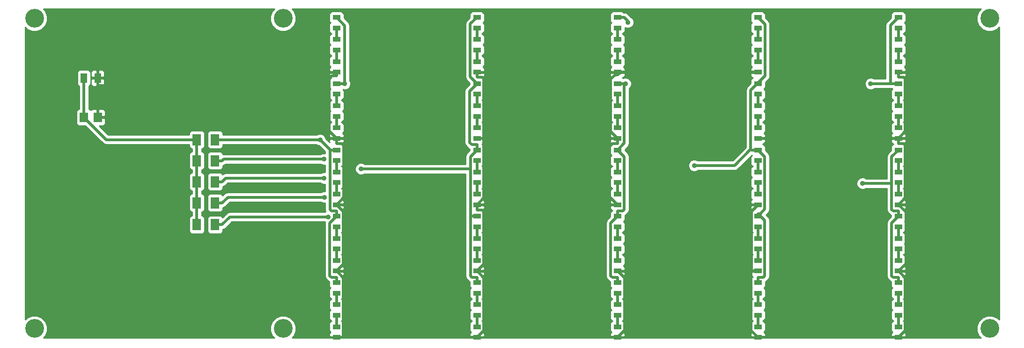
<source format=gtl>
G04 (created by PCBNEW-RS274X (2011-07-19)-testing) date Fri 17 Feb 2012 12:26:42 PM PST*
G01*
G70*
G90*
%MOIN*%
G04 Gerber Fmt 3.4, Leading zero omitted, Abs format*
%FSLAX34Y34*%
G04 APERTURE LIST*
%ADD10C,0.006000*%
%ADD11R,0.060000X0.080000*%
%ADD12R,0.055000X0.035000*%
%ADD13R,0.059100X0.070900*%
%ADD14R,0.047200X0.070900*%
%ADD15C,0.133900*%
%ADD16C,0.035000*%
%ADD17C,0.020000*%
%ADD18C,0.010000*%
G04 APERTURE END LIST*
G54D10*
G54D11*
X37550Y-38000D03*
X38850Y-38000D03*
G54D12*
X47500Y-51327D03*
X47500Y-52077D03*
X47500Y-49752D03*
X47500Y-50502D03*
X47500Y-48177D03*
X47500Y-48927D03*
X47500Y-46602D03*
X47500Y-47352D03*
X47500Y-45027D03*
X47500Y-45777D03*
X47500Y-43453D03*
X47500Y-44203D03*
X47500Y-41878D03*
X47500Y-42628D03*
X47500Y-40303D03*
X47500Y-41053D03*
X47500Y-38728D03*
X47500Y-39478D03*
X47500Y-37153D03*
X47500Y-37903D03*
X47500Y-35579D03*
X47500Y-36329D03*
X47500Y-34004D03*
X47500Y-34754D03*
X47500Y-32429D03*
X47500Y-33179D03*
X47500Y-30854D03*
X47500Y-31604D03*
X47500Y-29279D03*
X47500Y-30029D03*
G54D13*
X29508Y-36398D03*
X30492Y-36398D03*
G54D14*
X29508Y-33602D03*
X30492Y-33602D03*
G54D15*
X26000Y-51450D03*
X26000Y-29350D03*
G54D11*
X37550Y-44050D03*
X38850Y-44050D03*
X37550Y-42500D03*
X38850Y-42500D03*
X37550Y-41000D03*
X38850Y-41000D03*
X37550Y-39500D03*
X38850Y-39500D03*
G54D12*
X87500Y-29279D03*
X87500Y-30029D03*
X77500Y-51327D03*
X77500Y-52077D03*
X77500Y-49752D03*
X77500Y-50502D03*
X77500Y-48177D03*
X77500Y-48927D03*
X77500Y-46602D03*
X77500Y-47352D03*
X77500Y-45027D03*
X77500Y-45777D03*
X77500Y-43453D03*
X77500Y-44203D03*
X77500Y-41878D03*
X77500Y-42628D03*
X77500Y-40303D03*
X77500Y-41053D03*
X77500Y-38728D03*
X77500Y-39478D03*
X77500Y-37153D03*
X77500Y-37903D03*
X77500Y-35579D03*
X77500Y-36329D03*
X77500Y-34004D03*
X77500Y-34754D03*
X77500Y-32429D03*
X77500Y-33179D03*
X87500Y-30854D03*
X87500Y-31604D03*
X87500Y-32429D03*
X87500Y-33179D03*
X87500Y-34004D03*
X87500Y-34754D03*
X87500Y-35579D03*
X87500Y-36329D03*
X87500Y-37153D03*
X87500Y-37903D03*
X87500Y-38728D03*
X87500Y-39478D03*
X87500Y-40303D03*
X87500Y-41053D03*
X87500Y-41878D03*
X87500Y-42628D03*
X87500Y-43453D03*
X87500Y-44203D03*
X87500Y-45027D03*
X87500Y-45777D03*
X87500Y-46602D03*
X87500Y-47352D03*
X87500Y-48177D03*
X87500Y-48927D03*
X87500Y-49752D03*
X87500Y-50502D03*
X87500Y-51327D03*
X87500Y-52077D03*
X57500Y-29279D03*
X57500Y-30029D03*
X57500Y-30854D03*
X57500Y-31604D03*
X57500Y-32429D03*
X57500Y-33179D03*
X57500Y-34004D03*
X57500Y-34754D03*
X57500Y-35579D03*
X57500Y-36329D03*
X57500Y-37153D03*
X57500Y-37903D03*
X57500Y-38728D03*
X57500Y-39478D03*
X57500Y-40303D03*
X57500Y-41053D03*
X57500Y-41878D03*
X57500Y-42628D03*
X57500Y-43453D03*
X57500Y-44203D03*
X57500Y-45027D03*
X57500Y-45777D03*
X57500Y-46602D03*
X57500Y-47352D03*
X57500Y-48177D03*
X57500Y-48927D03*
X57500Y-49752D03*
X57500Y-50502D03*
X57500Y-51327D03*
X57500Y-52077D03*
X67500Y-29279D03*
X67500Y-30029D03*
X67500Y-30854D03*
X67500Y-31604D03*
X67500Y-32429D03*
X67500Y-33179D03*
X67500Y-34004D03*
X67500Y-34754D03*
X67500Y-35579D03*
X67500Y-36329D03*
X67500Y-37153D03*
X67500Y-37903D03*
X67500Y-38728D03*
X67500Y-39478D03*
X67500Y-40303D03*
X67500Y-41053D03*
X67500Y-41878D03*
X67500Y-42628D03*
X67500Y-43453D03*
X67500Y-44203D03*
X67500Y-45027D03*
X67500Y-45777D03*
X67500Y-46602D03*
X67500Y-47352D03*
X67500Y-48177D03*
X67500Y-48927D03*
X67500Y-49752D03*
X67500Y-50502D03*
X67500Y-51327D03*
X67500Y-52077D03*
X77500Y-29279D03*
X77500Y-30029D03*
X77500Y-30854D03*
X77500Y-31604D03*
G54D15*
X94000Y-51450D03*
X94000Y-29350D03*
X43700Y-29350D03*
X43700Y-51450D03*
G54D16*
X85520Y-34004D03*
X84944Y-41113D03*
X46910Y-43497D03*
X68240Y-29627D03*
X68068Y-34004D03*
X46620Y-40742D03*
X48083Y-34004D03*
X46325Y-38000D03*
X49232Y-40083D03*
X46608Y-39387D03*
X72961Y-39837D03*
X46624Y-42097D03*
G54D17*
X29508Y-33602D02*
X29508Y-36398D01*
X31110Y-38000D02*
X37550Y-38000D01*
X29508Y-36398D02*
X31110Y-38000D01*
X37550Y-41000D02*
X37550Y-39500D01*
X37550Y-39500D02*
X37550Y-38000D01*
X37550Y-42500D02*
X37550Y-41000D01*
X37550Y-44050D02*
X37550Y-42500D01*
X87500Y-33179D02*
X87500Y-33557D01*
X30492Y-33602D02*
X30492Y-34159D01*
X47500Y-33179D02*
X47500Y-33452D01*
X30492Y-36398D02*
X30492Y-34159D01*
X30492Y-34159D02*
X46983Y-34159D01*
X47145Y-33452D02*
X47500Y-33452D01*
X46983Y-33614D02*
X47145Y-33452D01*
X46983Y-34159D02*
X46983Y-33614D01*
X57500Y-37903D02*
X57902Y-37903D01*
X57500Y-33179D02*
X57500Y-33557D01*
X57878Y-33557D02*
X57500Y-33557D01*
X57978Y-33657D02*
X57878Y-33557D01*
X57978Y-37827D02*
X57978Y-33657D01*
X57902Y-37903D02*
X57978Y-37827D01*
X57500Y-42628D02*
X57500Y-43006D01*
X57979Y-46873D02*
X57500Y-47352D01*
X57979Y-43107D02*
X57979Y-46873D01*
X57878Y-43006D02*
X57979Y-43107D01*
X57500Y-43006D02*
X57878Y-43006D01*
X57979Y-51598D02*
X57500Y-52077D01*
X57979Y-47831D02*
X57979Y-51598D01*
X57500Y-47352D02*
X57979Y-47831D01*
X66938Y-42066D02*
X66938Y-41868D01*
X67500Y-42628D02*
X66938Y-42066D01*
X57979Y-41868D02*
X66938Y-41868D01*
X57979Y-42149D02*
X57979Y-41868D01*
X57500Y-42628D02*
X57979Y-42149D01*
X57979Y-37980D02*
X57902Y-37903D01*
X57979Y-41868D02*
X57979Y-37980D01*
X67500Y-33179D02*
X67500Y-33368D01*
X77500Y-33179D02*
X77022Y-33179D01*
X77500Y-47352D02*
X77022Y-47352D01*
X77022Y-43106D02*
X77022Y-47352D01*
X77500Y-42628D02*
X77022Y-43106D01*
X58458Y-52077D02*
X67500Y-52077D01*
X57979Y-51598D02*
X58458Y-52077D01*
X68006Y-51571D02*
X68006Y-47858D01*
X67500Y-52077D02*
X68006Y-51571D01*
X68006Y-47858D02*
X67500Y-47352D01*
X68006Y-47858D02*
X77021Y-47858D01*
X77021Y-47353D02*
X77022Y-47352D01*
X77021Y-47858D02*
X77021Y-47353D01*
X77021Y-51598D02*
X77021Y-47858D01*
X77500Y-52077D02*
X77021Y-51598D01*
X77500Y-52077D02*
X77978Y-52077D01*
X77978Y-52077D02*
X87500Y-52077D01*
X87979Y-47831D02*
X87500Y-47352D01*
X87979Y-51598D02*
X87979Y-47831D01*
X87500Y-52077D02*
X87979Y-51598D01*
X77500Y-37903D02*
X77978Y-37903D01*
X87500Y-37903D02*
X77978Y-37903D01*
X46983Y-37386D02*
X46983Y-34159D01*
X47500Y-37903D02*
X46983Y-37386D01*
X47500Y-52077D02*
X47978Y-52077D01*
X57500Y-52077D02*
X47978Y-52077D01*
X47500Y-37903D02*
X47500Y-38281D01*
X47978Y-47830D02*
X47978Y-52077D01*
X47500Y-47352D02*
X47978Y-47830D01*
X47878Y-38281D02*
X47500Y-38281D01*
X48002Y-38405D02*
X47878Y-38281D01*
X48002Y-42126D02*
X48002Y-38405D01*
X47500Y-42628D02*
X48002Y-42126D01*
X47979Y-46873D02*
X47500Y-47352D01*
X47979Y-43107D02*
X47979Y-46873D01*
X47500Y-42628D02*
X47979Y-43107D01*
X67122Y-38281D02*
X67500Y-38281D01*
X66938Y-38465D02*
X67122Y-38281D01*
X66938Y-41868D02*
X66938Y-38465D01*
X67335Y-33368D02*
X67500Y-33368D01*
X67021Y-33682D02*
X67335Y-33368D01*
X67021Y-37424D02*
X67021Y-33682D01*
X67500Y-37903D02*
X67021Y-37424D01*
X67689Y-33179D02*
X67500Y-33368D01*
X77022Y-33179D02*
X67689Y-33179D01*
X67500Y-37903D02*
X67500Y-38281D01*
X88024Y-46828D02*
X87500Y-47352D01*
X88024Y-43152D02*
X88024Y-46828D01*
X87500Y-42628D02*
X88024Y-43152D01*
X87878Y-33557D02*
X87500Y-33557D01*
X87979Y-33658D02*
X87878Y-33557D01*
X87979Y-37424D02*
X87979Y-33658D01*
X87500Y-37903D02*
X87979Y-37424D01*
X87878Y-38281D02*
X87500Y-38281D01*
X87979Y-38382D02*
X87878Y-38281D01*
X87979Y-42149D02*
X87979Y-38382D01*
X87500Y-42628D02*
X87979Y-42149D01*
X87500Y-37903D02*
X87500Y-38281D01*
X77500Y-50502D02*
X77500Y-51327D01*
X67500Y-51327D02*
X67500Y-50502D01*
X67500Y-49752D02*
X67500Y-48927D01*
X77500Y-34754D02*
X77500Y-35579D01*
X77500Y-36329D02*
X77500Y-37153D01*
X77500Y-39478D02*
X77500Y-40303D01*
X77500Y-41053D02*
X77500Y-41878D01*
X77500Y-44203D02*
X77500Y-45027D01*
X77500Y-45777D02*
X77500Y-46602D01*
X77500Y-48927D02*
X77500Y-49752D01*
X87500Y-51327D02*
X87500Y-50502D01*
X87500Y-49752D02*
X87500Y-48927D01*
X87500Y-48177D02*
X87500Y-47799D01*
X87021Y-43932D02*
X87500Y-43453D01*
X87021Y-47698D02*
X87021Y-43932D01*
X87122Y-47799D02*
X87021Y-47698D01*
X87500Y-47799D02*
X87122Y-47799D01*
X87021Y-42974D02*
X87021Y-41113D01*
X87122Y-43075D02*
X87021Y-42974D01*
X87500Y-43075D02*
X87122Y-43075D01*
X87021Y-39207D02*
X87500Y-38728D01*
X87021Y-41113D02*
X87021Y-39207D01*
X87021Y-41113D02*
X84944Y-41113D01*
X87500Y-43453D02*
X87500Y-43075D01*
X86923Y-29856D02*
X87500Y-29279D01*
X86923Y-34004D02*
X86923Y-29856D01*
X85520Y-34004D02*
X86923Y-34004D01*
X86923Y-34004D02*
X87500Y-34004D01*
X38850Y-44050D02*
X39353Y-44050D01*
X39906Y-43497D02*
X46910Y-43497D01*
X39353Y-44050D02*
X39906Y-43497D01*
X87500Y-46602D02*
X87500Y-45777D01*
X87500Y-45027D02*
X87500Y-44203D01*
X87500Y-41878D02*
X87500Y-41053D01*
X67500Y-46602D02*
X67500Y-45777D01*
X67500Y-45027D02*
X67500Y-44203D01*
X67500Y-41878D02*
X67500Y-41053D01*
X67500Y-40303D02*
X67500Y-39478D01*
X67500Y-37153D02*
X67500Y-36329D01*
X67500Y-35579D02*
X67500Y-34754D01*
X67500Y-48177D02*
X67500Y-47799D01*
X67500Y-29279D02*
X67978Y-29279D01*
X68240Y-29541D02*
X68240Y-29627D01*
X67978Y-29279D02*
X68240Y-29541D01*
X67021Y-43932D02*
X67500Y-43453D01*
X67021Y-47698D02*
X67021Y-43932D01*
X67122Y-47799D02*
X67021Y-47698D01*
X67500Y-47799D02*
X67122Y-47799D01*
X67500Y-43453D02*
X67500Y-43075D01*
X67979Y-39207D02*
X67500Y-38728D01*
X67979Y-42974D02*
X67979Y-39207D01*
X67878Y-43075D02*
X67979Y-42974D01*
X67500Y-43075D02*
X67878Y-43075D01*
X67500Y-34004D02*
X67979Y-34004D01*
X67979Y-34004D02*
X68068Y-34004D01*
X67979Y-38249D02*
X67500Y-38728D01*
X67979Y-34004D02*
X67979Y-38249D01*
X39611Y-40742D02*
X39353Y-41000D01*
X46620Y-40742D02*
X39611Y-40742D01*
X38850Y-41000D02*
X39353Y-41000D01*
X67500Y-32429D02*
X67500Y-31604D01*
X67500Y-30854D02*
X67500Y-30029D01*
X47500Y-48927D02*
X47500Y-49752D01*
X47500Y-50502D02*
X47500Y-51327D01*
X47500Y-30029D02*
X47500Y-30854D01*
X47500Y-31604D02*
X47500Y-32429D01*
X47500Y-34754D02*
X47500Y-35579D01*
X47500Y-36329D02*
X47500Y-37153D01*
X47500Y-39478D02*
X47500Y-40303D01*
X47500Y-41053D02*
X47500Y-41878D01*
X47500Y-44203D02*
X47500Y-45027D01*
X38850Y-38000D02*
X39353Y-38000D01*
X47021Y-43932D02*
X47500Y-43453D01*
X47021Y-47698D02*
X47021Y-43932D01*
X47122Y-47799D02*
X47021Y-47698D01*
X47500Y-47799D02*
X47122Y-47799D01*
X47500Y-48177D02*
X47500Y-47799D01*
X48083Y-34004D02*
X47500Y-34004D01*
X48083Y-29862D02*
X48083Y-34004D01*
X47500Y-29279D02*
X48083Y-29862D01*
X47022Y-38697D02*
X47022Y-38728D01*
X46325Y-38000D02*
X47022Y-38697D01*
X39353Y-38000D02*
X46325Y-38000D01*
X47500Y-38728D02*
X47037Y-38728D01*
X47037Y-38728D02*
X47022Y-38728D01*
X47122Y-43075D02*
X47500Y-43075D01*
X47022Y-42975D02*
X47122Y-43075D01*
X47022Y-38728D02*
X47022Y-42975D01*
X47500Y-43453D02*
X47500Y-43075D01*
X47500Y-45777D02*
X47500Y-46602D01*
X57500Y-40303D02*
X57500Y-39478D01*
X57500Y-37153D02*
X57500Y-36329D01*
X57500Y-35579D02*
X57500Y-34754D01*
X57500Y-32429D02*
X57500Y-31604D01*
X57500Y-30854D02*
X57500Y-30029D01*
X77500Y-31604D02*
X77500Y-32429D01*
X77500Y-30854D02*
X77500Y-30029D01*
X57500Y-51327D02*
X57500Y-50502D01*
X57500Y-49752D02*
X57500Y-48927D01*
X57500Y-48177D02*
X57500Y-47799D01*
X57500Y-43453D02*
X57022Y-43453D01*
X57021Y-29758D02*
X57500Y-29279D01*
X57021Y-33525D02*
X57021Y-29758D01*
X57500Y-34004D02*
X57021Y-33525D01*
X57022Y-47699D02*
X57022Y-43453D01*
X57122Y-47799D02*
X57022Y-47699D01*
X57500Y-47799D02*
X57122Y-47799D01*
X38850Y-39500D02*
X39353Y-39500D01*
X39466Y-39387D02*
X46608Y-39387D01*
X39353Y-39500D02*
X39466Y-39387D01*
X57022Y-40083D02*
X49232Y-40083D01*
X57022Y-43453D02*
X57022Y-40083D01*
X57022Y-39206D02*
X57500Y-38728D01*
X57022Y-40083D02*
X57022Y-39206D01*
X56970Y-34534D02*
X57500Y-34004D01*
X56970Y-38198D02*
X56970Y-34534D01*
X57122Y-38350D02*
X56970Y-38198D01*
X57500Y-38350D02*
X57122Y-38350D01*
X57500Y-38728D02*
X57500Y-38350D01*
X57500Y-46602D02*
X57500Y-45777D01*
X57500Y-45027D02*
X57500Y-44203D01*
X57500Y-41878D02*
X57500Y-41053D01*
X87500Y-35579D02*
X87500Y-34754D01*
X87500Y-32429D02*
X87500Y-31604D01*
X87500Y-30854D02*
X87500Y-30029D01*
X87500Y-40303D02*
X87500Y-39478D01*
X87500Y-37153D02*
X87500Y-36329D01*
X77500Y-34004D02*
X77500Y-33956D01*
X78002Y-33454D02*
X77500Y-33956D01*
X78002Y-29781D02*
X78002Y-33454D01*
X77500Y-29279D02*
X78002Y-29781D01*
X38850Y-42500D02*
X39353Y-42500D01*
X39756Y-42097D02*
X46624Y-42097D01*
X39353Y-42500D02*
X39756Y-42097D01*
X77500Y-43453D02*
X77500Y-43264D01*
X77878Y-47799D02*
X77500Y-47799D01*
X77979Y-47698D02*
X77878Y-47799D01*
X77979Y-43743D02*
X77979Y-47698D01*
X77500Y-43264D02*
X77979Y-43743D01*
X77500Y-48177D02*
X77500Y-47799D01*
X76984Y-34472D02*
X76984Y-38690D01*
X77500Y-33956D02*
X76984Y-34472D01*
X75837Y-39837D02*
X76984Y-38690D01*
X72961Y-39837D02*
X75837Y-39837D01*
X76984Y-38690D02*
X77022Y-38728D01*
X77337Y-38728D02*
X77022Y-38728D01*
X77337Y-38728D02*
X77500Y-38728D01*
X77665Y-43264D02*
X77500Y-43264D01*
X77979Y-42950D02*
X77665Y-43264D01*
X77979Y-39207D02*
X77979Y-42950D01*
X77500Y-38728D02*
X77979Y-39207D01*
G54D10*
G36*
X94675Y-50825D02*
X94521Y-50671D01*
X94184Y-50531D01*
X93818Y-50531D01*
X93480Y-50671D01*
X93221Y-50929D01*
X93081Y-51266D01*
X93081Y-51632D01*
X93221Y-51970D01*
X93375Y-52125D01*
X88025Y-52125D01*
X88025Y-51965D01*
X88024Y-51853D01*
X87986Y-51761D01*
X87927Y-51702D01*
X87986Y-51643D01*
X88024Y-51552D01*
X88024Y-51453D01*
X88024Y-51103D01*
X87986Y-51011D01*
X87916Y-50941D01*
X87852Y-50914D01*
X87916Y-50888D01*
X87986Y-50818D01*
X88024Y-50727D01*
X88024Y-50628D01*
X88024Y-50278D01*
X87986Y-50186D01*
X87927Y-50127D01*
X87986Y-50068D01*
X88024Y-49977D01*
X88024Y-49878D01*
X88024Y-49528D01*
X87986Y-49436D01*
X87916Y-49366D01*
X87852Y-49339D01*
X87916Y-49313D01*
X87986Y-49243D01*
X88024Y-49152D01*
X88024Y-49053D01*
X88024Y-48703D01*
X87986Y-48611D01*
X87927Y-48552D01*
X87986Y-48493D01*
X88024Y-48402D01*
X88024Y-48303D01*
X88024Y-47953D01*
X87986Y-47861D01*
X87916Y-47791D01*
X87852Y-47764D01*
X87916Y-47738D01*
X87986Y-47668D01*
X88024Y-47576D01*
X88025Y-47464D01*
X87963Y-47402D01*
X87600Y-47402D01*
X87550Y-47402D01*
X87450Y-47402D01*
X87450Y-47302D01*
X87550Y-47302D01*
X87600Y-47302D01*
X87963Y-47302D01*
X88025Y-47240D01*
X88024Y-47128D01*
X87986Y-47036D01*
X87927Y-46977D01*
X87986Y-46918D01*
X88024Y-46827D01*
X88024Y-46728D01*
X88024Y-46378D01*
X87986Y-46286D01*
X87916Y-46216D01*
X87852Y-46189D01*
X87916Y-46163D01*
X87986Y-46093D01*
X88024Y-46002D01*
X88024Y-45903D01*
X88024Y-45553D01*
X87986Y-45461D01*
X87927Y-45402D01*
X87986Y-45343D01*
X88024Y-45252D01*
X88024Y-45153D01*
X88024Y-44803D01*
X87986Y-44711D01*
X87916Y-44641D01*
X87853Y-44614D01*
X87916Y-44589D01*
X87986Y-44519D01*
X88024Y-44428D01*
X88024Y-44329D01*
X88024Y-43979D01*
X87986Y-43887D01*
X87927Y-43828D01*
X87986Y-43769D01*
X88024Y-43678D01*
X88024Y-43579D01*
X88024Y-43229D01*
X87986Y-43137D01*
X87916Y-43067D01*
X87852Y-43040D01*
X87916Y-43014D01*
X87986Y-42944D01*
X88024Y-42852D01*
X88025Y-42740D01*
X87963Y-42678D01*
X87600Y-42678D01*
X87550Y-42678D01*
X87450Y-42678D01*
X87450Y-42578D01*
X87550Y-42578D01*
X87600Y-42578D01*
X87963Y-42578D01*
X88025Y-42516D01*
X88024Y-42404D01*
X87986Y-42312D01*
X87927Y-42253D01*
X87986Y-42194D01*
X88024Y-42103D01*
X88024Y-42004D01*
X88024Y-41654D01*
X87986Y-41562D01*
X87916Y-41492D01*
X87852Y-41465D01*
X87916Y-41439D01*
X87986Y-41369D01*
X88024Y-41278D01*
X88024Y-41179D01*
X88024Y-40829D01*
X87986Y-40737D01*
X87927Y-40678D01*
X87986Y-40619D01*
X88024Y-40528D01*
X88024Y-40429D01*
X88024Y-40079D01*
X87986Y-39987D01*
X87916Y-39917D01*
X87852Y-39890D01*
X87916Y-39864D01*
X87986Y-39794D01*
X88024Y-39703D01*
X88024Y-39604D01*
X88024Y-39254D01*
X87986Y-39162D01*
X87927Y-39103D01*
X87986Y-39044D01*
X88024Y-38953D01*
X88024Y-38854D01*
X88024Y-38504D01*
X87986Y-38412D01*
X87916Y-38342D01*
X87852Y-38315D01*
X87916Y-38289D01*
X87986Y-38219D01*
X88024Y-38127D01*
X88025Y-38015D01*
X88025Y-37791D01*
X88024Y-37679D01*
X87986Y-37587D01*
X87927Y-37528D01*
X87986Y-37469D01*
X88024Y-37378D01*
X88024Y-37279D01*
X88024Y-36929D01*
X87986Y-36837D01*
X87916Y-36767D01*
X87853Y-36740D01*
X87916Y-36715D01*
X87986Y-36645D01*
X88024Y-36554D01*
X88024Y-36455D01*
X88024Y-36105D01*
X87986Y-36013D01*
X87927Y-35954D01*
X87986Y-35895D01*
X88024Y-35804D01*
X88024Y-35705D01*
X88024Y-35355D01*
X87986Y-35263D01*
X87916Y-35193D01*
X87852Y-35166D01*
X87916Y-35140D01*
X87986Y-35070D01*
X88024Y-34979D01*
X88024Y-34880D01*
X88024Y-34530D01*
X87986Y-34438D01*
X87927Y-34379D01*
X87986Y-34320D01*
X88024Y-34229D01*
X88024Y-34130D01*
X88024Y-33780D01*
X87986Y-33688D01*
X87916Y-33618D01*
X87852Y-33591D01*
X87916Y-33565D01*
X87986Y-33495D01*
X88024Y-33403D01*
X88025Y-33291D01*
X87963Y-33229D01*
X87600Y-33229D01*
X87550Y-33229D01*
X87450Y-33229D01*
X87450Y-33129D01*
X87550Y-33129D01*
X87600Y-33129D01*
X87963Y-33129D01*
X88025Y-33067D01*
X88024Y-32955D01*
X87986Y-32863D01*
X87927Y-32804D01*
X87986Y-32745D01*
X88024Y-32654D01*
X88024Y-32555D01*
X88024Y-32205D01*
X87986Y-32113D01*
X87916Y-32043D01*
X87852Y-32016D01*
X87916Y-31990D01*
X87986Y-31920D01*
X88024Y-31829D01*
X88024Y-31730D01*
X88024Y-31380D01*
X87986Y-31288D01*
X87927Y-31229D01*
X87986Y-31170D01*
X88024Y-31079D01*
X88024Y-30980D01*
X88024Y-30630D01*
X87986Y-30538D01*
X87916Y-30468D01*
X87852Y-30441D01*
X87916Y-30415D01*
X87986Y-30345D01*
X88024Y-30254D01*
X88024Y-30155D01*
X88024Y-29805D01*
X87986Y-29713D01*
X87927Y-29654D01*
X87986Y-29595D01*
X88024Y-29504D01*
X88024Y-29405D01*
X88024Y-29055D01*
X87986Y-28963D01*
X87916Y-28893D01*
X87825Y-28855D01*
X87726Y-28855D01*
X87176Y-28855D01*
X87084Y-28893D01*
X87014Y-28963D01*
X86976Y-29054D01*
X86976Y-29153D01*
X86976Y-29309D01*
X86676Y-29609D01*
X86600Y-29722D01*
X86573Y-29856D01*
X86573Y-33654D01*
X85771Y-33654D01*
X85761Y-33644D01*
X85605Y-33579D01*
X85436Y-33579D01*
X85280Y-33643D01*
X85160Y-33763D01*
X85095Y-33919D01*
X85095Y-34088D01*
X85159Y-34244D01*
X85279Y-34364D01*
X85435Y-34429D01*
X85604Y-34429D01*
X85760Y-34365D01*
X85771Y-34354D01*
X86923Y-34354D01*
X87048Y-34354D01*
X87073Y-34379D01*
X87014Y-34438D01*
X86976Y-34529D01*
X86976Y-34628D01*
X86976Y-34978D01*
X87014Y-35070D01*
X87084Y-35140D01*
X87147Y-35166D01*
X87084Y-35193D01*
X87014Y-35263D01*
X86976Y-35354D01*
X86976Y-35453D01*
X86976Y-35803D01*
X87014Y-35895D01*
X87073Y-35954D01*
X87014Y-36013D01*
X86976Y-36104D01*
X86976Y-36203D01*
X86976Y-36553D01*
X87014Y-36645D01*
X87084Y-36715D01*
X87146Y-36741D01*
X87084Y-36767D01*
X87014Y-36837D01*
X86976Y-36928D01*
X86976Y-37027D01*
X86976Y-37377D01*
X87014Y-37469D01*
X87073Y-37528D01*
X87014Y-37587D01*
X86976Y-37679D01*
X86975Y-37791D01*
X87037Y-37853D01*
X87400Y-37853D01*
X87450Y-37853D01*
X87550Y-37853D01*
X87600Y-37853D01*
X87963Y-37853D01*
X88025Y-37791D01*
X88025Y-38015D01*
X87963Y-37953D01*
X87600Y-37953D01*
X87550Y-37953D01*
X87450Y-37953D01*
X87400Y-37953D01*
X87037Y-37953D01*
X86975Y-38015D01*
X86976Y-38127D01*
X87014Y-38219D01*
X87084Y-38289D01*
X87147Y-38315D01*
X87084Y-38342D01*
X87014Y-38412D01*
X86976Y-38503D01*
X86976Y-38602D01*
X86976Y-38757D01*
X86774Y-38960D01*
X86698Y-39073D01*
X86671Y-39207D01*
X86671Y-40763D01*
X85195Y-40763D01*
X85185Y-40753D01*
X85029Y-40688D01*
X84860Y-40688D01*
X84704Y-40752D01*
X84584Y-40872D01*
X84519Y-41028D01*
X84519Y-41197D01*
X84583Y-41353D01*
X84703Y-41473D01*
X84859Y-41538D01*
X85028Y-41538D01*
X85184Y-41474D01*
X85195Y-41463D01*
X86671Y-41463D01*
X86671Y-42974D01*
X86698Y-43108D01*
X86774Y-43221D01*
X86874Y-43322D01*
X86875Y-43322D01*
X86976Y-43390D01*
X86976Y-43482D01*
X86774Y-43685D01*
X86698Y-43798D01*
X86671Y-43932D01*
X86671Y-47698D01*
X86698Y-47832D01*
X86774Y-47945D01*
X86874Y-48046D01*
X86875Y-48046D01*
X86976Y-48114D01*
X86976Y-48401D01*
X87014Y-48493D01*
X87073Y-48552D01*
X87014Y-48611D01*
X86976Y-48702D01*
X86976Y-48801D01*
X86976Y-49151D01*
X87014Y-49243D01*
X87084Y-49313D01*
X87147Y-49339D01*
X87084Y-49366D01*
X87014Y-49436D01*
X86976Y-49527D01*
X86976Y-49626D01*
X86976Y-49976D01*
X87014Y-50068D01*
X87073Y-50127D01*
X87014Y-50186D01*
X86976Y-50277D01*
X86976Y-50376D01*
X86976Y-50726D01*
X87014Y-50818D01*
X87084Y-50888D01*
X87147Y-50914D01*
X87084Y-50941D01*
X87014Y-51011D01*
X86976Y-51102D01*
X86976Y-51201D01*
X86976Y-51551D01*
X87014Y-51643D01*
X87073Y-51702D01*
X87014Y-51761D01*
X86976Y-51853D01*
X86975Y-51965D01*
X87037Y-52027D01*
X87400Y-52027D01*
X87450Y-52027D01*
X87550Y-52027D01*
X87600Y-52027D01*
X87963Y-52027D01*
X88025Y-51965D01*
X88025Y-52125D01*
X78352Y-52125D01*
X78352Y-33454D01*
X78352Y-29781D01*
X78351Y-29780D01*
X78325Y-29647D01*
X78279Y-29578D01*
X78249Y-29534D01*
X78249Y-29533D01*
X78024Y-29308D01*
X78024Y-29055D01*
X77986Y-28963D01*
X77916Y-28893D01*
X77825Y-28855D01*
X77726Y-28855D01*
X77176Y-28855D01*
X77084Y-28893D01*
X77014Y-28963D01*
X76976Y-29054D01*
X76976Y-29153D01*
X76976Y-29503D01*
X77014Y-29595D01*
X77073Y-29654D01*
X77014Y-29713D01*
X76976Y-29804D01*
X76976Y-29903D01*
X76976Y-30253D01*
X77014Y-30345D01*
X77084Y-30415D01*
X77147Y-30441D01*
X77084Y-30468D01*
X77014Y-30538D01*
X76976Y-30629D01*
X76976Y-30728D01*
X76976Y-31078D01*
X77014Y-31170D01*
X77073Y-31229D01*
X77014Y-31288D01*
X76976Y-31379D01*
X76976Y-31478D01*
X76976Y-31828D01*
X77014Y-31920D01*
X77084Y-31990D01*
X77147Y-32016D01*
X77084Y-32043D01*
X77014Y-32113D01*
X76976Y-32204D01*
X76976Y-32303D01*
X76976Y-32653D01*
X77014Y-32745D01*
X77073Y-32804D01*
X77014Y-32863D01*
X76976Y-32955D01*
X76975Y-33067D01*
X77037Y-33129D01*
X77400Y-33129D01*
X77450Y-33129D01*
X77550Y-33129D01*
X77550Y-33229D01*
X77450Y-33229D01*
X77400Y-33229D01*
X77037Y-33229D01*
X76975Y-33291D01*
X76976Y-33403D01*
X77014Y-33495D01*
X77084Y-33565D01*
X77147Y-33591D01*
X77084Y-33618D01*
X77014Y-33688D01*
X76976Y-33779D01*
X76976Y-33878D01*
X76976Y-33985D01*
X76737Y-34225D01*
X76661Y-34338D01*
X76634Y-34472D01*
X76634Y-38545D01*
X75692Y-39487D01*
X73212Y-39487D01*
X73202Y-39477D01*
X73046Y-39412D01*
X72877Y-39412D01*
X72721Y-39476D01*
X72601Y-39596D01*
X72536Y-39752D01*
X72536Y-39921D01*
X72600Y-40077D01*
X72720Y-40197D01*
X72876Y-40262D01*
X73045Y-40262D01*
X73201Y-40198D01*
X73212Y-40187D01*
X75837Y-40187D01*
X75837Y-40186D01*
X75971Y-40160D01*
X76084Y-40084D01*
X77069Y-39099D01*
X77073Y-39103D01*
X77014Y-39162D01*
X76976Y-39253D01*
X76976Y-39352D01*
X76976Y-39702D01*
X77014Y-39794D01*
X77084Y-39864D01*
X77147Y-39890D01*
X77084Y-39917D01*
X77014Y-39987D01*
X76976Y-40078D01*
X76976Y-40177D01*
X76976Y-40527D01*
X77014Y-40619D01*
X77073Y-40678D01*
X77014Y-40737D01*
X76976Y-40828D01*
X76976Y-40927D01*
X76976Y-41277D01*
X77014Y-41369D01*
X77084Y-41439D01*
X77147Y-41465D01*
X77084Y-41492D01*
X77014Y-41562D01*
X76976Y-41653D01*
X76976Y-41752D01*
X76976Y-42102D01*
X77014Y-42194D01*
X77073Y-42253D01*
X77014Y-42312D01*
X76976Y-42404D01*
X76975Y-42516D01*
X77037Y-42578D01*
X77400Y-42578D01*
X77450Y-42578D01*
X77550Y-42578D01*
X77550Y-42678D01*
X77450Y-42678D01*
X77400Y-42678D01*
X77037Y-42678D01*
X76975Y-42740D01*
X76976Y-42852D01*
X77014Y-42944D01*
X77084Y-43014D01*
X77147Y-43040D01*
X77084Y-43067D01*
X77014Y-43137D01*
X76976Y-43228D01*
X76976Y-43327D01*
X76976Y-43677D01*
X77014Y-43769D01*
X77073Y-43828D01*
X77014Y-43887D01*
X76976Y-43978D01*
X76976Y-44077D01*
X76976Y-44427D01*
X77014Y-44519D01*
X77084Y-44589D01*
X77146Y-44615D01*
X77084Y-44641D01*
X77014Y-44711D01*
X76976Y-44802D01*
X76976Y-44901D01*
X76976Y-45251D01*
X77014Y-45343D01*
X77073Y-45402D01*
X77014Y-45461D01*
X76976Y-45552D01*
X76976Y-45651D01*
X76976Y-46001D01*
X77014Y-46093D01*
X77084Y-46163D01*
X77147Y-46189D01*
X77084Y-46216D01*
X77014Y-46286D01*
X76976Y-46377D01*
X76976Y-46476D01*
X76976Y-46826D01*
X77014Y-46918D01*
X77073Y-46977D01*
X77014Y-47036D01*
X76976Y-47128D01*
X76975Y-47240D01*
X77037Y-47302D01*
X77400Y-47302D01*
X77450Y-47302D01*
X77550Y-47302D01*
X77550Y-47402D01*
X77450Y-47402D01*
X77400Y-47402D01*
X77037Y-47402D01*
X76975Y-47464D01*
X76976Y-47576D01*
X77014Y-47668D01*
X77084Y-47738D01*
X77147Y-47764D01*
X77084Y-47791D01*
X77014Y-47861D01*
X76976Y-47952D01*
X76976Y-48051D01*
X76976Y-48401D01*
X77014Y-48493D01*
X77073Y-48552D01*
X77014Y-48611D01*
X76976Y-48702D01*
X76976Y-48801D01*
X76976Y-49151D01*
X77014Y-49243D01*
X77084Y-49313D01*
X77147Y-49339D01*
X77084Y-49366D01*
X77014Y-49436D01*
X76976Y-49527D01*
X76976Y-49626D01*
X76976Y-49976D01*
X77014Y-50068D01*
X77073Y-50127D01*
X77014Y-50186D01*
X76976Y-50277D01*
X76976Y-50376D01*
X76976Y-50726D01*
X77014Y-50818D01*
X77084Y-50888D01*
X77147Y-50914D01*
X77084Y-50941D01*
X77014Y-51011D01*
X76976Y-51102D01*
X76976Y-51201D01*
X76976Y-51551D01*
X77014Y-51643D01*
X77073Y-51702D01*
X77014Y-51761D01*
X76976Y-51853D01*
X76975Y-51965D01*
X77037Y-52027D01*
X77400Y-52027D01*
X77450Y-52027D01*
X77550Y-52027D01*
X77600Y-52027D01*
X77963Y-52027D01*
X78025Y-51965D01*
X78024Y-51853D01*
X77986Y-51761D01*
X77927Y-51702D01*
X77986Y-51643D01*
X78024Y-51552D01*
X78024Y-51453D01*
X78024Y-51103D01*
X77986Y-51011D01*
X77916Y-50941D01*
X77852Y-50914D01*
X77916Y-50888D01*
X77986Y-50818D01*
X78024Y-50727D01*
X78024Y-50628D01*
X78024Y-50278D01*
X77986Y-50186D01*
X77927Y-50127D01*
X77986Y-50068D01*
X78024Y-49977D01*
X78024Y-49878D01*
X78024Y-49528D01*
X77986Y-49436D01*
X77916Y-49366D01*
X77852Y-49339D01*
X77916Y-49313D01*
X77986Y-49243D01*
X78024Y-49152D01*
X78024Y-49053D01*
X78024Y-48703D01*
X77986Y-48611D01*
X77927Y-48552D01*
X77986Y-48493D01*
X78024Y-48402D01*
X78024Y-48303D01*
X78024Y-48113D01*
X78125Y-48046D01*
X78226Y-47946D01*
X78226Y-47945D01*
X78302Y-47832D01*
X78328Y-47699D01*
X78329Y-47698D01*
X78329Y-43743D01*
X78302Y-43609D01*
X78226Y-43496D01*
X78226Y-43495D01*
X78077Y-43346D01*
X78226Y-43198D01*
X78226Y-43197D01*
X78302Y-43084D01*
X78328Y-42950D01*
X78329Y-42950D01*
X78329Y-39207D01*
X78302Y-39073D01*
X78226Y-38960D01*
X78226Y-38959D01*
X78024Y-38757D01*
X78024Y-38504D01*
X77986Y-38412D01*
X77916Y-38342D01*
X77852Y-38315D01*
X77916Y-38289D01*
X77986Y-38219D01*
X78024Y-38127D01*
X78025Y-38015D01*
X77963Y-37953D01*
X77600Y-37953D01*
X77550Y-37953D01*
X77450Y-37953D01*
X77450Y-37853D01*
X77550Y-37853D01*
X77600Y-37853D01*
X77963Y-37853D01*
X78025Y-37791D01*
X78024Y-37679D01*
X77986Y-37587D01*
X77927Y-37528D01*
X77986Y-37469D01*
X78024Y-37378D01*
X78024Y-37279D01*
X78024Y-36929D01*
X77986Y-36837D01*
X77916Y-36767D01*
X77853Y-36740D01*
X77916Y-36715D01*
X77986Y-36645D01*
X78024Y-36554D01*
X78024Y-36455D01*
X78024Y-36105D01*
X77986Y-36013D01*
X77927Y-35954D01*
X77986Y-35895D01*
X78024Y-35804D01*
X78024Y-35705D01*
X78024Y-35355D01*
X77986Y-35263D01*
X77916Y-35193D01*
X77852Y-35166D01*
X77916Y-35140D01*
X77986Y-35070D01*
X78024Y-34979D01*
X78024Y-34880D01*
X78024Y-34530D01*
X77986Y-34438D01*
X77927Y-34379D01*
X77986Y-34320D01*
X78024Y-34229D01*
X78024Y-34130D01*
X78024Y-33926D01*
X78249Y-33702D01*
X78249Y-33701D01*
X78279Y-33656D01*
X78324Y-33588D01*
X78325Y-33588D01*
X78351Y-33455D01*
X78352Y-33454D01*
X78352Y-52125D01*
X68665Y-52125D01*
X68665Y-29712D01*
X68665Y-29543D01*
X68601Y-29387D01*
X68481Y-29267D01*
X68446Y-29252D01*
X68225Y-29032D01*
X68112Y-28956D01*
X67978Y-28929D01*
X67952Y-28929D01*
X67916Y-28893D01*
X67825Y-28855D01*
X67726Y-28855D01*
X67176Y-28855D01*
X67084Y-28893D01*
X67014Y-28963D01*
X66976Y-29054D01*
X66976Y-29153D01*
X66976Y-29503D01*
X67014Y-29595D01*
X67073Y-29654D01*
X67014Y-29713D01*
X66976Y-29804D01*
X66976Y-29903D01*
X66976Y-30253D01*
X67014Y-30345D01*
X67084Y-30415D01*
X67147Y-30441D01*
X67084Y-30468D01*
X67014Y-30538D01*
X66976Y-30629D01*
X66976Y-30728D01*
X66976Y-31078D01*
X67014Y-31170D01*
X67073Y-31229D01*
X67014Y-31288D01*
X66976Y-31379D01*
X66976Y-31478D01*
X66976Y-31828D01*
X67014Y-31920D01*
X67084Y-31990D01*
X67147Y-32016D01*
X67084Y-32043D01*
X67014Y-32113D01*
X66976Y-32204D01*
X66976Y-32303D01*
X66976Y-32653D01*
X67014Y-32745D01*
X67073Y-32804D01*
X67014Y-32863D01*
X66976Y-32955D01*
X66975Y-33067D01*
X67037Y-33129D01*
X67400Y-33129D01*
X67450Y-33129D01*
X67550Y-33129D01*
X67600Y-33129D01*
X67963Y-33129D01*
X68025Y-33067D01*
X68024Y-32955D01*
X67986Y-32863D01*
X67927Y-32804D01*
X67986Y-32745D01*
X68024Y-32654D01*
X68024Y-32555D01*
X68024Y-32205D01*
X67986Y-32113D01*
X67916Y-32043D01*
X67852Y-32016D01*
X67916Y-31990D01*
X67986Y-31920D01*
X68024Y-31829D01*
X68024Y-31730D01*
X68024Y-31380D01*
X67986Y-31288D01*
X67927Y-31229D01*
X67986Y-31170D01*
X68024Y-31079D01*
X68024Y-30980D01*
X68024Y-30630D01*
X67986Y-30538D01*
X67916Y-30468D01*
X67852Y-30441D01*
X67916Y-30415D01*
X67986Y-30345D01*
X68024Y-30254D01*
X68024Y-30155D01*
X68024Y-29997D01*
X68155Y-30052D01*
X68324Y-30052D01*
X68480Y-29988D01*
X68600Y-29868D01*
X68665Y-29712D01*
X68665Y-52125D01*
X68493Y-52125D01*
X68493Y-34089D01*
X68493Y-33920D01*
X68429Y-33764D01*
X68309Y-33644D01*
X68153Y-33579D01*
X67984Y-33579D01*
X67902Y-33612D01*
X67852Y-33591D01*
X67916Y-33565D01*
X67986Y-33495D01*
X68024Y-33403D01*
X68025Y-33291D01*
X67963Y-33229D01*
X67600Y-33229D01*
X67550Y-33229D01*
X67450Y-33229D01*
X67400Y-33229D01*
X67037Y-33229D01*
X66975Y-33291D01*
X66976Y-33403D01*
X67014Y-33495D01*
X67084Y-33565D01*
X67147Y-33591D01*
X67084Y-33618D01*
X67014Y-33688D01*
X66976Y-33779D01*
X66976Y-33878D01*
X66976Y-34228D01*
X67014Y-34320D01*
X67073Y-34379D01*
X67014Y-34438D01*
X66976Y-34529D01*
X66976Y-34628D01*
X66976Y-34978D01*
X67014Y-35070D01*
X67084Y-35140D01*
X67147Y-35166D01*
X67084Y-35193D01*
X67014Y-35263D01*
X66976Y-35354D01*
X66976Y-35453D01*
X66976Y-35803D01*
X67014Y-35895D01*
X67073Y-35954D01*
X67014Y-36013D01*
X66976Y-36104D01*
X66976Y-36203D01*
X66976Y-36553D01*
X67014Y-36645D01*
X67084Y-36715D01*
X67146Y-36741D01*
X67084Y-36767D01*
X67014Y-36837D01*
X66976Y-36928D01*
X66976Y-37027D01*
X66976Y-37377D01*
X67014Y-37469D01*
X67073Y-37528D01*
X67014Y-37587D01*
X66976Y-37679D01*
X66975Y-37791D01*
X67037Y-37853D01*
X67400Y-37853D01*
X67450Y-37853D01*
X67550Y-37853D01*
X67550Y-37953D01*
X67450Y-37953D01*
X67400Y-37953D01*
X67037Y-37953D01*
X66975Y-38015D01*
X66976Y-38127D01*
X67014Y-38219D01*
X67084Y-38289D01*
X67147Y-38315D01*
X67084Y-38342D01*
X67014Y-38412D01*
X66976Y-38503D01*
X66976Y-38602D01*
X66976Y-38952D01*
X67014Y-39044D01*
X67073Y-39103D01*
X67014Y-39162D01*
X66976Y-39253D01*
X66976Y-39352D01*
X66976Y-39702D01*
X67014Y-39794D01*
X67084Y-39864D01*
X67147Y-39890D01*
X67084Y-39917D01*
X67014Y-39987D01*
X66976Y-40078D01*
X66976Y-40177D01*
X66976Y-40527D01*
X67014Y-40619D01*
X67073Y-40678D01*
X67014Y-40737D01*
X66976Y-40828D01*
X66976Y-40927D01*
X66976Y-41277D01*
X67014Y-41369D01*
X67084Y-41439D01*
X67147Y-41465D01*
X67084Y-41492D01*
X67014Y-41562D01*
X66976Y-41653D01*
X66976Y-41752D01*
X66976Y-42102D01*
X67014Y-42194D01*
X67073Y-42253D01*
X67014Y-42312D01*
X66976Y-42404D01*
X66975Y-42516D01*
X67037Y-42578D01*
X67400Y-42578D01*
X67450Y-42578D01*
X67550Y-42578D01*
X67550Y-42678D01*
X67450Y-42678D01*
X67400Y-42678D01*
X67037Y-42678D01*
X66975Y-42740D01*
X66976Y-42852D01*
X67014Y-42944D01*
X67084Y-43014D01*
X67147Y-43040D01*
X67084Y-43067D01*
X67014Y-43137D01*
X66976Y-43228D01*
X66976Y-43327D01*
X66976Y-43482D01*
X66774Y-43685D01*
X66698Y-43798D01*
X66671Y-43932D01*
X66671Y-47698D01*
X66698Y-47832D01*
X66774Y-47945D01*
X66874Y-48046D01*
X66875Y-48046D01*
X66976Y-48114D01*
X66976Y-48401D01*
X67014Y-48493D01*
X67073Y-48552D01*
X67014Y-48611D01*
X66976Y-48702D01*
X66976Y-48801D01*
X66976Y-49151D01*
X67014Y-49243D01*
X67084Y-49313D01*
X67147Y-49339D01*
X67084Y-49366D01*
X67014Y-49436D01*
X66976Y-49527D01*
X66976Y-49626D01*
X66976Y-49976D01*
X67014Y-50068D01*
X67073Y-50127D01*
X67014Y-50186D01*
X66976Y-50277D01*
X66976Y-50376D01*
X66976Y-50726D01*
X67014Y-50818D01*
X67084Y-50888D01*
X67147Y-50914D01*
X67084Y-50941D01*
X67014Y-51011D01*
X66976Y-51102D01*
X66976Y-51201D01*
X66976Y-51551D01*
X67014Y-51643D01*
X67073Y-51702D01*
X67014Y-51761D01*
X66976Y-51853D01*
X66975Y-51965D01*
X67037Y-52027D01*
X67400Y-52027D01*
X67450Y-52027D01*
X67550Y-52027D01*
X67600Y-52027D01*
X67963Y-52027D01*
X68025Y-51965D01*
X68024Y-51853D01*
X67986Y-51761D01*
X67927Y-51702D01*
X67986Y-51643D01*
X68024Y-51552D01*
X68024Y-51453D01*
X68024Y-51103D01*
X67986Y-51011D01*
X67916Y-50941D01*
X67852Y-50914D01*
X67916Y-50888D01*
X67986Y-50818D01*
X68024Y-50727D01*
X68024Y-50628D01*
X68024Y-50278D01*
X67986Y-50186D01*
X67927Y-50127D01*
X67986Y-50068D01*
X68024Y-49977D01*
X68024Y-49878D01*
X68024Y-49528D01*
X67986Y-49436D01*
X67916Y-49366D01*
X67852Y-49339D01*
X67916Y-49313D01*
X67986Y-49243D01*
X68024Y-49152D01*
X68024Y-49053D01*
X68024Y-48703D01*
X67986Y-48611D01*
X67927Y-48552D01*
X67986Y-48493D01*
X68024Y-48402D01*
X68024Y-48303D01*
X68024Y-47953D01*
X67986Y-47861D01*
X67916Y-47791D01*
X67852Y-47764D01*
X67916Y-47738D01*
X67986Y-47668D01*
X68024Y-47576D01*
X68025Y-47464D01*
X67963Y-47402D01*
X67600Y-47402D01*
X67550Y-47402D01*
X67450Y-47402D01*
X67450Y-47302D01*
X67550Y-47302D01*
X67600Y-47302D01*
X67963Y-47302D01*
X68025Y-47240D01*
X68024Y-47128D01*
X67986Y-47036D01*
X67927Y-46977D01*
X67986Y-46918D01*
X68024Y-46827D01*
X68024Y-46728D01*
X68024Y-46378D01*
X67986Y-46286D01*
X67916Y-46216D01*
X67852Y-46189D01*
X67916Y-46163D01*
X67986Y-46093D01*
X68024Y-46002D01*
X68024Y-45903D01*
X68024Y-45553D01*
X67986Y-45461D01*
X67927Y-45402D01*
X67986Y-45343D01*
X68024Y-45252D01*
X68024Y-45153D01*
X68024Y-44803D01*
X67986Y-44711D01*
X67916Y-44641D01*
X67853Y-44614D01*
X67916Y-44589D01*
X67986Y-44519D01*
X68024Y-44428D01*
X68024Y-44329D01*
X68024Y-43979D01*
X67986Y-43887D01*
X67927Y-43828D01*
X67986Y-43769D01*
X68024Y-43678D01*
X68024Y-43579D01*
X68024Y-43389D01*
X68125Y-43322D01*
X68226Y-43222D01*
X68226Y-43221D01*
X68302Y-43108D01*
X68328Y-42975D01*
X68329Y-42974D01*
X68329Y-39207D01*
X68302Y-39073D01*
X68226Y-38960D01*
X68226Y-38959D01*
X68024Y-38757D01*
X68024Y-38698D01*
X68226Y-38497D01*
X68226Y-38496D01*
X68302Y-38383D01*
X68328Y-38249D01*
X68329Y-38249D01*
X68329Y-34344D01*
X68428Y-34245D01*
X68493Y-34089D01*
X68493Y-52125D01*
X58025Y-52125D01*
X58025Y-51965D01*
X58024Y-51853D01*
X57986Y-51761D01*
X57927Y-51702D01*
X57986Y-51643D01*
X58024Y-51552D01*
X58024Y-51453D01*
X58024Y-51103D01*
X57986Y-51011D01*
X57916Y-50941D01*
X57852Y-50914D01*
X57916Y-50888D01*
X57986Y-50818D01*
X58024Y-50727D01*
X58024Y-50628D01*
X58024Y-50278D01*
X57986Y-50186D01*
X57927Y-50127D01*
X57986Y-50068D01*
X58024Y-49977D01*
X58024Y-49878D01*
X58024Y-49528D01*
X57986Y-49436D01*
X57916Y-49366D01*
X57852Y-49339D01*
X57916Y-49313D01*
X57986Y-49243D01*
X58024Y-49152D01*
X58024Y-49053D01*
X58024Y-48703D01*
X57986Y-48611D01*
X57927Y-48552D01*
X57986Y-48493D01*
X58024Y-48402D01*
X58024Y-48303D01*
X58024Y-47953D01*
X57986Y-47861D01*
X57916Y-47791D01*
X57852Y-47764D01*
X57916Y-47738D01*
X57986Y-47668D01*
X58024Y-47576D01*
X58025Y-47464D01*
X57963Y-47402D01*
X57600Y-47402D01*
X57550Y-47402D01*
X57450Y-47402D01*
X57450Y-47302D01*
X57550Y-47302D01*
X57600Y-47302D01*
X57963Y-47302D01*
X58025Y-47240D01*
X58024Y-47128D01*
X57986Y-47036D01*
X57927Y-46977D01*
X57986Y-46918D01*
X58024Y-46827D01*
X58024Y-46728D01*
X58024Y-46378D01*
X57986Y-46286D01*
X57916Y-46216D01*
X57852Y-46189D01*
X57916Y-46163D01*
X57986Y-46093D01*
X58024Y-46002D01*
X58024Y-45903D01*
X58024Y-45553D01*
X57986Y-45461D01*
X57927Y-45402D01*
X57986Y-45343D01*
X58024Y-45252D01*
X58024Y-45153D01*
X58024Y-44803D01*
X57986Y-44711D01*
X57916Y-44641D01*
X57853Y-44614D01*
X57916Y-44589D01*
X57986Y-44519D01*
X58024Y-44428D01*
X58024Y-44329D01*
X58024Y-43979D01*
X57986Y-43887D01*
X57927Y-43828D01*
X57986Y-43769D01*
X58024Y-43678D01*
X58024Y-43579D01*
X58024Y-43229D01*
X57986Y-43137D01*
X57916Y-43067D01*
X57852Y-43040D01*
X57916Y-43014D01*
X57986Y-42944D01*
X58024Y-42852D01*
X58025Y-42740D01*
X57963Y-42678D01*
X57600Y-42678D01*
X57550Y-42678D01*
X57450Y-42678D01*
X57450Y-42578D01*
X57550Y-42578D01*
X57600Y-42578D01*
X57963Y-42578D01*
X58025Y-42516D01*
X58024Y-42404D01*
X57986Y-42312D01*
X57927Y-42253D01*
X57986Y-42194D01*
X58024Y-42103D01*
X58024Y-42004D01*
X58024Y-41654D01*
X57986Y-41562D01*
X57916Y-41492D01*
X57852Y-41465D01*
X57916Y-41439D01*
X57986Y-41369D01*
X58024Y-41278D01*
X58024Y-41179D01*
X58024Y-40829D01*
X57986Y-40737D01*
X57927Y-40678D01*
X57986Y-40619D01*
X58024Y-40528D01*
X58024Y-40429D01*
X58024Y-40079D01*
X57986Y-39987D01*
X57916Y-39917D01*
X57852Y-39890D01*
X57916Y-39864D01*
X57986Y-39794D01*
X58024Y-39703D01*
X58024Y-39604D01*
X58024Y-39254D01*
X57986Y-39162D01*
X57927Y-39103D01*
X57986Y-39044D01*
X58024Y-38953D01*
X58024Y-38854D01*
X58024Y-38504D01*
X57986Y-38412D01*
X57916Y-38342D01*
X57852Y-38315D01*
X57916Y-38289D01*
X57986Y-38219D01*
X58024Y-38127D01*
X58025Y-38015D01*
X57963Y-37953D01*
X57600Y-37953D01*
X57550Y-37953D01*
X57450Y-37953D01*
X57450Y-37853D01*
X57550Y-37853D01*
X57600Y-37853D01*
X57963Y-37853D01*
X58025Y-37791D01*
X58024Y-37679D01*
X57986Y-37587D01*
X57927Y-37528D01*
X57986Y-37469D01*
X58024Y-37378D01*
X58024Y-37279D01*
X58024Y-36929D01*
X57986Y-36837D01*
X57916Y-36767D01*
X57853Y-36740D01*
X57916Y-36715D01*
X57986Y-36645D01*
X58024Y-36554D01*
X58024Y-36455D01*
X58024Y-36105D01*
X57986Y-36013D01*
X57927Y-35954D01*
X57986Y-35895D01*
X58024Y-35804D01*
X58024Y-35705D01*
X58024Y-35355D01*
X57986Y-35263D01*
X57916Y-35193D01*
X57852Y-35166D01*
X57916Y-35140D01*
X57986Y-35070D01*
X58024Y-34979D01*
X58024Y-34880D01*
X58024Y-34530D01*
X57986Y-34438D01*
X57927Y-34379D01*
X57986Y-34320D01*
X58024Y-34229D01*
X58024Y-34130D01*
X58024Y-33780D01*
X57986Y-33688D01*
X57916Y-33618D01*
X57852Y-33591D01*
X57916Y-33565D01*
X57986Y-33495D01*
X58024Y-33403D01*
X58025Y-33291D01*
X57963Y-33229D01*
X57600Y-33229D01*
X57550Y-33229D01*
X57450Y-33229D01*
X57450Y-33129D01*
X57550Y-33129D01*
X57600Y-33129D01*
X57963Y-33129D01*
X58025Y-33067D01*
X58024Y-32955D01*
X57986Y-32863D01*
X57927Y-32804D01*
X57986Y-32745D01*
X58024Y-32654D01*
X58024Y-32555D01*
X58024Y-32205D01*
X57986Y-32113D01*
X57916Y-32043D01*
X57852Y-32016D01*
X57916Y-31990D01*
X57986Y-31920D01*
X58024Y-31829D01*
X58024Y-31730D01*
X58024Y-31380D01*
X57986Y-31288D01*
X57927Y-31229D01*
X57986Y-31170D01*
X58024Y-31079D01*
X58024Y-30980D01*
X58024Y-30630D01*
X57986Y-30538D01*
X57916Y-30468D01*
X57852Y-30441D01*
X57916Y-30415D01*
X57986Y-30345D01*
X58024Y-30254D01*
X58024Y-30155D01*
X58024Y-29805D01*
X57986Y-29713D01*
X57927Y-29654D01*
X57986Y-29595D01*
X58024Y-29504D01*
X58024Y-29405D01*
X58024Y-29055D01*
X57986Y-28963D01*
X57916Y-28893D01*
X57825Y-28855D01*
X57726Y-28855D01*
X57176Y-28855D01*
X57084Y-28893D01*
X57014Y-28963D01*
X56976Y-29054D01*
X56976Y-29153D01*
X56976Y-29308D01*
X56774Y-29511D01*
X56698Y-29624D01*
X56671Y-29758D01*
X56671Y-33525D01*
X56698Y-33659D01*
X56774Y-33772D01*
X56976Y-33974D01*
X56976Y-34033D01*
X56723Y-34287D01*
X56647Y-34400D01*
X56620Y-34534D01*
X56620Y-38198D01*
X56647Y-38332D01*
X56723Y-38445D01*
X56874Y-38597D01*
X56875Y-38597D01*
X56919Y-38627D01*
X56976Y-38664D01*
X56976Y-38757D01*
X56775Y-38959D01*
X56699Y-39072D01*
X56672Y-39206D01*
X56672Y-39733D01*
X49483Y-39733D01*
X49473Y-39723D01*
X49317Y-39658D01*
X49148Y-39658D01*
X48992Y-39722D01*
X48872Y-39842D01*
X48807Y-39998D01*
X48807Y-40167D01*
X48871Y-40323D01*
X48991Y-40443D01*
X49147Y-40508D01*
X49316Y-40508D01*
X49472Y-40444D01*
X49483Y-40433D01*
X56672Y-40433D01*
X56672Y-43453D01*
X56672Y-47699D01*
X56699Y-47833D01*
X56775Y-47946D01*
X56874Y-48046D01*
X56875Y-48046D01*
X56976Y-48114D01*
X56976Y-48401D01*
X57014Y-48493D01*
X57073Y-48552D01*
X57014Y-48611D01*
X56976Y-48702D01*
X56976Y-48801D01*
X56976Y-49151D01*
X57014Y-49243D01*
X57084Y-49313D01*
X57147Y-49339D01*
X57084Y-49366D01*
X57014Y-49436D01*
X56976Y-49527D01*
X56976Y-49626D01*
X56976Y-49976D01*
X57014Y-50068D01*
X57073Y-50127D01*
X57014Y-50186D01*
X56976Y-50277D01*
X56976Y-50376D01*
X56976Y-50726D01*
X57014Y-50818D01*
X57084Y-50888D01*
X57147Y-50914D01*
X57084Y-50941D01*
X57014Y-51011D01*
X56976Y-51102D01*
X56976Y-51201D01*
X56976Y-51551D01*
X57014Y-51643D01*
X57073Y-51702D01*
X57014Y-51761D01*
X56976Y-51853D01*
X56975Y-51965D01*
X57037Y-52027D01*
X57400Y-52027D01*
X57450Y-52027D01*
X57550Y-52027D01*
X57600Y-52027D01*
X57963Y-52027D01*
X58025Y-51965D01*
X58025Y-52125D01*
X48508Y-52125D01*
X48508Y-34089D01*
X48508Y-33920D01*
X48444Y-33764D01*
X48433Y-33753D01*
X48433Y-29862D01*
X48406Y-29728D01*
X48330Y-29615D01*
X48330Y-29614D01*
X48024Y-29308D01*
X48024Y-29055D01*
X47986Y-28963D01*
X47916Y-28893D01*
X47825Y-28855D01*
X47726Y-28855D01*
X47176Y-28855D01*
X47084Y-28893D01*
X47014Y-28963D01*
X46976Y-29054D01*
X46976Y-29153D01*
X46976Y-29503D01*
X47014Y-29595D01*
X47073Y-29654D01*
X47014Y-29713D01*
X46976Y-29804D01*
X46976Y-29903D01*
X46976Y-30253D01*
X47014Y-30345D01*
X47084Y-30415D01*
X47147Y-30441D01*
X47084Y-30468D01*
X47014Y-30538D01*
X46976Y-30629D01*
X46976Y-30728D01*
X46976Y-31078D01*
X47014Y-31170D01*
X47073Y-31229D01*
X47014Y-31288D01*
X46976Y-31379D01*
X46976Y-31478D01*
X46976Y-31828D01*
X47014Y-31920D01*
X47084Y-31990D01*
X47147Y-32016D01*
X47084Y-32043D01*
X47014Y-32113D01*
X46976Y-32204D01*
X46976Y-32303D01*
X46976Y-32653D01*
X47014Y-32745D01*
X47073Y-32804D01*
X47014Y-32863D01*
X46976Y-32955D01*
X46975Y-33067D01*
X47037Y-33129D01*
X47400Y-33129D01*
X47450Y-33129D01*
X47550Y-33129D01*
X47550Y-33229D01*
X47450Y-33229D01*
X47400Y-33229D01*
X47037Y-33229D01*
X46975Y-33291D01*
X46976Y-33403D01*
X47014Y-33495D01*
X47084Y-33565D01*
X47147Y-33591D01*
X47084Y-33618D01*
X47014Y-33688D01*
X46976Y-33779D01*
X46976Y-33878D01*
X46976Y-34228D01*
X47014Y-34320D01*
X47073Y-34379D01*
X47014Y-34438D01*
X46976Y-34529D01*
X46976Y-34628D01*
X46976Y-34978D01*
X47014Y-35070D01*
X47084Y-35140D01*
X47147Y-35166D01*
X47084Y-35193D01*
X47014Y-35263D01*
X46976Y-35354D01*
X46976Y-35453D01*
X46976Y-35803D01*
X47014Y-35895D01*
X47073Y-35954D01*
X47014Y-36013D01*
X46976Y-36104D01*
X46976Y-36203D01*
X46976Y-36553D01*
X47014Y-36645D01*
X47084Y-36715D01*
X47146Y-36741D01*
X47084Y-36767D01*
X47014Y-36837D01*
X46976Y-36928D01*
X46976Y-37027D01*
X46976Y-37377D01*
X47014Y-37469D01*
X47073Y-37528D01*
X47014Y-37587D01*
X46976Y-37679D01*
X46975Y-37791D01*
X47037Y-37853D01*
X47400Y-37853D01*
X47450Y-37853D01*
X47550Y-37853D01*
X47600Y-37853D01*
X47963Y-37853D01*
X48025Y-37791D01*
X48024Y-37679D01*
X47986Y-37587D01*
X47927Y-37528D01*
X47986Y-37469D01*
X48024Y-37378D01*
X48024Y-37279D01*
X48024Y-36929D01*
X47986Y-36837D01*
X47916Y-36767D01*
X47853Y-36740D01*
X47916Y-36715D01*
X47986Y-36645D01*
X48024Y-36554D01*
X48024Y-36455D01*
X48024Y-36105D01*
X47986Y-36013D01*
X47927Y-35954D01*
X47986Y-35895D01*
X48024Y-35804D01*
X48024Y-35705D01*
X48024Y-35355D01*
X47986Y-35263D01*
X47916Y-35193D01*
X47852Y-35166D01*
X47916Y-35140D01*
X47986Y-35070D01*
X48024Y-34979D01*
X48024Y-34880D01*
X48024Y-34530D01*
X47986Y-34438D01*
X47962Y-34414D01*
X47998Y-34429D01*
X48167Y-34429D01*
X48323Y-34365D01*
X48443Y-34245D01*
X48508Y-34089D01*
X48508Y-52125D01*
X48025Y-52125D01*
X48025Y-51965D01*
X48024Y-51853D01*
X47986Y-51761D01*
X47927Y-51702D01*
X47986Y-51643D01*
X48024Y-51552D01*
X48024Y-51453D01*
X48024Y-51103D01*
X47986Y-51011D01*
X47916Y-50941D01*
X47852Y-50914D01*
X47916Y-50888D01*
X47986Y-50818D01*
X48024Y-50727D01*
X48024Y-50628D01*
X48024Y-50278D01*
X47986Y-50186D01*
X47927Y-50127D01*
X47986Y-50068D01*
X48024Y-49977D01*
X48024Y-49878D01*
X48024Y-49528D01*
X47986Y-49436D01*
X47916Y-49366D01*
X47852Y-49339D01*
X47916Y-49313D01*
X47986Y-49243D01*
X48024Y-49152D01*
X48024Y-49053D01*
X48024Y-48703D01*
X47986Y-48611D01*
X47927Y-48552D01*
X47986Y-48493D01*
X48024Y-48402D01*
X48024Y-48303D01*
X48024Y-47953D01*
X47986Y-47861D01*
X47916Y-47791D01*
X47852Y-47764D01*
X47916Y-47738D01*
X47986Y-47668D01*
X48024Y-47576D01*
X48025Y-47464D01*
X47963Y-47402D01*
X47600Y-47402D01*
X47550Y-47402D01*
X47450Y-47402D01*
X47450Y-47302D01*
X47550Y-47302D01*
X47600Y-47302D01*
X47963Y-47302D01*
X48025Y-47240D01*
X48024Y-47128D01*
X47986Y-47036D01*
X47927Y-46977D01*
X47986Y-46918D01*
X48024Y-46827D01*
X48024Y-46728D01*
X48024Y-46378D01*
X47986Y-46286D01*
X47916Y-46216D01*
X47852Y-46189D01*
X47916Y-46163D01*
X47986Y-46093D01*
X48024Y-46002D01*
X48024Y-45903D01*
X48024Y-45553D01*
X47986Y-45461D01*
X47927Y-45402D01*
X47986Y-45343D01*
X48024Y-45252D01*
X48024Y-45153D01*
X48024Y-44803D01*
X47986Y-44711D01*
X47916Y-44641D01*
X47853Y-44614D01*
X47916Y-44589D01*
X47986Y-44519D01*
X48024Y-44428D01*
X48024Y-44329D01*
X48024Y-43979D01*
X47986Y-43887D01*
X47927Y-43828D01*
X47986Y-43769D01*
X48024Y-43678D01*
X48024Y-43579D01*
X48024Y-43229D01*
X47986Y-43137D01*
X47916Y-43067D01*
X47852Y-43040D01*
X47916Y-43014D01*
X47986Y-42944D01*
X48024Y-42852D01*
X48025Y-42740D01*
X47963Y-42678D01*
X47600Y-42678D01*
X47550Y-42678D01*
X47450Y-42678D01*
X47450Y-42578D01*
X47550Y-42578D01*
X47600Y-42578D01*
X47963Y-42578D01*
X48025Y-42516D01*
X48024Y-42404D01*
X47986Y-42312D01*
X47927Y-42253D01*
X47986Y-42194D01*
X48024Y-42103D01*
X48024Y-42004D01*
X48024Y-41654D01*
X47986Y-41562D01*
X47916Y-41492D01*
X47852Y-41465D01*
X47916Y-41439D01*
X47986Y-41369D01*
X48024Y-41278D01*
X48024Y-41179D01*
X48024Y-40829D01*
X47986Y-40737D01*
X47927Y-40678D01*
X47986Y-40619D01*
X48024Y-40528D01*
X48024Y-40429D01*
X48024Y-40079D01*
X47986Y-39987D01*
X47916Y-39917D01*
X47852Y-39890D01*
X47916Y-39864D01*
X47986Y-39794D01*
X48024Y-39703D01*
X48024Y-39604D01*
X48024Y-39254D01*
X47986Y-39162D01*
X47927Y-39103D01*
X47986Y-39044D01*
X48024Y-38953D01*
X48024Y-38854D01*
X48024Y-38504D01*
X47986Y-38412D01*
X47916Y-38342D01*
X47852Y-38315D01*
X47916Y-38289D01*
X47986Y-38219D01*
X48024Y-38127D01*
X48025Y-38015D01*
X47963Y-37953D01*
X47600Y-37953D01*
X47550Y-37953D01*
X47450Y-37953D01*
X47400Y-37953D01*
X47037Y-37953D01*
X46975Y-38015D01*
X46976Y-38127D01*
X46996Y-38177D01*
X46750Y-37930D01*
X46750Y-37916D01*
X46686Y-37760D01*
X46566Y-37640D01*
X46410Y-37575D01*
X46241Y-37575D01*
X46085Y-37639D01*
X46074Y-37650D01*
X39399Y-37650D01*
X39399Y-37551D01*
X39361Y-37459D01*
X39291Y-37389D01*
X39200Y-37351D01*
X39101Y-37351D01*
X38501Y-37351D01*
X38409Y-37389D01*
X38339Y-37459D01*
X38301Y-37550D01*
X38301Y-37649D01*
X38301Y-38449D01*
X38339Y-38541D01*
X38409Y-38611D01*
X38500Y-38649D01*
X38599Y-38649D01*
X39199Y-38649D01*
X39291Y-38611D01*
X39361Y-38541D01*
X39399Y-38450D01*
X39399Y-38351D01*
X39399Y-38350D01*
X46074Y-38350D01*
X46084Y-38360D01*
X46240Y-38425D01*
X46255Y-38425D01*
X46672Y-38841D01*
X46672Y-38962D01*
X46524Y-38962D01*
X46368Y-39026D01*
X46357Y-39037D01*
X39466Y-39037D01*
X39398Y-39050D01*
X39361Y-38959D01*
X39291Y-38889D01*
X39200Y-38851D01*
X39101Y-38851D01*
X38501Y-38851D01*
X38409Y-38889D01*
X38339Y-38959D01*
X38301Y-39050D01*
X38301Y-39149D01*
X38301Y-39949D01*
X38339Y-40041D01*
X38409Y-40111D01*
X38500Y-40149D01*
X38599Y-40149D01*
X39199Y-40149D01*
X39291Y-40111D01*
X39361Y-40041D01*
X39399Y-39950D01*
X39399Y-39851D01*
X39399Y-39840D01*
X39487Y-39823D01*
X39600Y-39747D01*
X39610Y-39737D01*
X46357Y-39737D01*
X46367Y-39747D01*
X46523Y-39812D01*
X46672Y-39812D01*
X46672Y-40317D01*
X46536Y-40317D01*
X46380Y-40381D01*
X46369Y-40392D01*
X39611Y-40392D01*
X39477Y-40419D01*
X39373Y-40488D01*
X39361Y-40459D01*
X39291Y-40389D01*
X39200Y-40351D01*
X39101Y-40351D01*
X38501Y-40351D01*
X38409Y-40389D01*
X38339Y-40459D01*
X38301Y-40550D01*
X38301Y-40649D01*
X38301Y-41449D01*
X38339Y-41541D01*
X38409Y-41611D01*
X38500Y-41649D01*
X38599Y-41649D01*
X39199Y-41649D01*
X39291Y-41611D01*
X39361Y-41541D01*
X39399Y-41450D01*
X39399Y-41351D01*
X39399Y-41340D01*
X39487Y-41323D01*
X39600Y-41247D01*
X39755Y-41092D01*
X46369Y-41092D01*
X46379Y-41102D01*
X46535Y-41167D01*
X46672Y-41167D01*
X46672Y-41672D01*
X46540Y-41672D01*
X46384Y-41736D01*
X46373Y-41747D01*
X39756Y-41747D01*
X39622Y-41774D01*
X39553Y-41819D01*
X39508Y-41850D01*
X39372Y-41986D01*
X39361Y-41959D01*
X39291Y-41889D01*
X39200Y-41851D01*
X39101Y-41851D01*
X38501Y-41851D01*
X38409Y-41889D01*
X38339Y-41959D01*
X38301Y-42050D01*
X38301Y-42149D01*
X38301Y-42949D01*
X38339Y-43041D01*
X38409Y-43111D01*
X38500Y-43149D01*
X38599Y-43149D01*
X39199Y-43149D01*
X39291Y-43111D01*
X39361Y-43041D01*
X39399Y-42950D01*
X39399Y-42851D01*
X39399Y-42840D01*
X39487Y-42823D01*
X39600Y-42747D01*
X39900Y-42447D01*
X46373Y-42447D01*
X46383Y-42457D01*
X46539Y-42522D01*
X46672Y-42522D01*
X46672Y-42975D01*
X46699Y-43109D01*
X46706Y-43120D01*
X46670Y-43136D01*
X46659Y-43147D01*
X39906Y-43147D01*
X39772Y-43174D01*
X39658Y-43250D01*
X39372Y-43536D01*
X39361Y-43509D01*
X39291Y-43439D01*
X39200Y-43401D01*
X39101Y-43401D01*
X38501Y-43401D01*
X38409Y-43439D01*
X38339Y-43509D01*
X38301Y-43600D01*
X38301Y-43699D01*
X38301Y-44499D01*
X38339Y-44591D01*
X38409Y-44661D01*
X38500Y-44699D01*
X38599Y-44699D01*
X39199Y-44699D01*
X39291Y-44661D01*
X39361Y-44591D01*
X39399Y-44500D01*
X39399Y-44401D01*
X39399Y-44390D01*
X39487Y-44373D01*
X39600Y-44297D01*
X40050Y-43847D01*
X46659Y-43847D01*
X46669Y-43857D01*
X46684Y-43863D01*
X46671Y-43932D01*
X46671Y-47698D01*
X46698Y-47832D01*
X46774Y-47945D01*
X46874Y-48046D01*
X46875Y-48046D01*
X46976Y-48114D01*
X46976Y-48401D01*
X47014Y-48493D01*
X47073Y-48552D01*
X47014Y-48611D01*
X46976Y-48702D01*
X46976Y-48801D01*
X46976Y-49151D01*
X47014Y-49243D01*
X47084Y-49313D01*
X47147Y-49339D01*
X47084Y-49366D01*
X47014Y-49436D01*
X46976Y-49527D01*
X46976Y-49626D01*
X46976Y-49976D01*
X47014Y-50068D01*
X47073Y-50127D01*
X47014Y-50186D01*
X46976Y-50277D01*
X46976Y-50376D01*
X46976Y-50726D01*
X47014Y-50818D01*
X47084Y-50888D01*
X47147Y-50914D01*
X47084Y-50941D01*
X47014Y-51011D01*
X46976Y-51102D01*
X46976Y-51201D01*
X46976Y-51551D01*
X47014Y-51643D01*
X47073Y-51702D01*
X47014Y-51761D01*
X46976Y-51853D01*
X46975Y-51965D01*
X47037Y-52027D01*
X47400Y-52027D01*
X47450Y-52027D01*
X47550Y-52027D01*
X47600Y-52027D01*
X47963Y-52027D01*
X48025Y-51965D01*
X48025Y-52125D01*
X44324Y-52125D01*
X44479Y-51971D01*
X44619Y-51634D01*
X44619Y-51268D01*
X44479Y-50930D01*
X44221Y-50671D01*
X43884Y-50531D01*
X43518Y-50531D01*
X43180Y-50671D01*
X42921Y-50929D01*
X42781Y-51266D01*
X42781Y-51632D01*
X42921Y-51970D01*
X43075Y-52125D01*
X38099Y-52125D01*
X38099Y-44500D01*
X38099Y-44401D01*
X38099Y-43601D01*
X38061Y-43509D01*
X37991Y-43439D01*
X37900Y-43401D01*
X37900Y-43148D01*
X37991Y-43111D01*
X38061Y-43041D01*
X38099Y-42950D01*
X38099Y-42851D01*
X38099Y-42051D01*
X38061Y-41959D01*
X37991Y-41889D01*
X37900Y-41851D01*
X37900Y-41648D01*
X37991Y-41611D01*
X38061Y-41541D01*
X38099Y-41450D01*
X38099Y-41351D01*
X38099Y-40551D01*
X38061Y-40459D01*
X37991Y-40389D01*
X37900Y-40351D01*
X37900Y-40148D01*
X37991Y-40111D01*
X38061Y-40041D01*
X38099Y-39950D01*
X38099Y-39851D01*
X38099Y-39051D01*
X38061Y-38959D01*
X37991Y-38889D01*
X37900Y-38851D01*
X37900Y-38648D01*
X37991Y-38611D01*
X38061Y-38541D01*
X38099Y-38450D01*
X38099Y-38351D01*
X38099Y-37551D01*
X38061Y-37459D01*
X37991Y-37389D01*
X37900Y-37351D01*
X37801Y-37351D01*
X37201Y-37351D01*
X37109Y-37389D01*
X37039Y-37459D01*
X37001Y-37550D01*
X37001Y-37649D01*
X37001Y-37650D01*
X31254Y-37650D01*
X30606Y-37001D01*
X30836Y-37001D01*
X30928Y-36963D01*
X30998Y-36893D01*
X31036Y-36802D01*
X31036Y-36703D01*
X31037Y-36510D01*
X31037Y-36286D01*
X31036Y-36093D01*
X31036Y-35994D01*
X30998Y-35903D01*
X30978Y-35883D01*
X30978Y-33714D01*
X30978Y-33490D01*
X30977Y-33297D01*
X30977Y-33198D01*
X30939Y-33107D01*
X30869Y-33037D01*
X30777Y-32999D01*
X30604Y-32998D01*
X30542Y-33060D01*
X30542Y-33552D01*
X30916Y-33552D01*
X30978Y-33490D01*
X30978Y-33714D01*
X30916Y-33652D01*
X30542Y-33652D01*
X30542Y-34144D01*
X30604Y-34206D01*
X30777Y-34205D01*
X30869Y-34167D01*
X30939Y-34097D01*
X30977Y-34006D01*
X30977Y-33907D01*
X30978Y-33714D01*
X30978Y-35883D01*
X30928Y-35833D01*
X30836Y-35795D01*
X30604Y-35794D01*
X30542Y-35856D01*
X30542Y-36348D01*
X30975Y-36348D01*
X31037Y-36286D01*
X31037Y-36510D01*
X30975Y-36448D01*
X30592Y-36448D01*
X30542Y-36448D01*
X30442Y-36448D01*
X30442Y-36348D01*
X30442Y-36298D01*
X30442Y-35856D01*
X30442Y-34144D01*
X30442Y-33652D01*
X30442Y-33552D01*
X30442Y-33060D01*
X30380Y-32998D01*
X30207Y-32999D01*
X30115Y-33037D01*
X30045Y-33107D01*
X30007Y-33198D01*
X30007Y-33297D01*
X30006Y-33490D01*
X30068Y-33552D01*
X30442Y-33552D01*
X30442Y-33652D01*
X30068Y-33652D01*
X30006Y-33714D01*
X30007Y-33907D01*
X30007Y-34006D01*
X30045Y-34097D01*
X30115Y-34167D01*
X30207Y-34205D01*
X30380Y-34206D01*
X30442Y-34144D01*
X30442Y-35856D01*
X30380Y-35794D01*
X30148Y-35795D01*
X30056Y-35833D01*
X30000Y-35889D01*
X29944Y-35833D01*
X29858Y-35797D01*
X29858Y-34178D01*
X29885Y-34167D01*
X29955Y-34097D01*
X29993Y-34006D01*
X29993Y-33907D01*
X29993Y-33199D01*
X29955Y-33107D01*
X29885Y-33037D01*
X29794Y-32999D01*
X29695Y-32999D01*
X29223Y-32999D01*
X29131Y-33037D01*
X29061Y-33107D01*
X29023Y-33198D01*
X29023Y-33297D01*
X29023Y-34005D01*
X29061Y-34097D01*
X29131Y-34167D01*
X29158Y-34178D01*
X29158Y-35797D01*
X29072Y-35833D01*
X29002Y-35903D01*
X28964Y-35994D01*
X28964Y-36093D01*
X28964Y-36801D01*
X29002Y-36893D01*
X29072Y-36963D01*
X29163Y-37001D01*
X29262Y-37001D01*
X29616Y-37001D01*
X30862Y-38247D01*
X30863Y-38247D01*
X30976Y-38323D01*
X31110Y-38350D01*
X37001Y-38350D01*
X37001Y-38449D01*
X37039Y-38541D01*
X37109Y-38611D01*
X37200Y-38649D01*
X37200Y-38851D01*
X37109Y-38889D01*
X37039Y-38959D01*
X37001Y-39050D01*
X37001Y-39149D01*
X37001Y-39949D01*
X37039Y-40041D01*
X37109Y-40111D01*
X37200Y-40149D01*
X37200Y-40351D01*
X37109Y-40389D01*
X37039Y-40459D01*
X37001Y-40550D01*
X37001Y-40649D01*
X37001Y-41449D01*
X37039Y-41541D01*
X37109Y-41611D01*
X37200Y-41649D01*
X37200Y-41851D01*
X37109Y-41889D01*
X37039Y-41959D01*
X37001Y-42050D01*
X37001Y-42149D01*
X37001Y-42949D01*
X37039Y-43041D01*
X37109Y-43111D01*
X37200Y-43149D01*
X37200Y-43401D01*
X37109Y-43439D01*
X37039Y-43509D01*
X37001Y-43600D01*
X37001Y-43699D01*
X37001Y-44499D01*
X37039Y-44591D01*
X37109Y-44661D01*
X37200Y-44699D01*
X37299Y-44699D01*
X37899Y-44699D01*
X37991Y-44661D01*
X38061Y-44591D01*
X38099Y-44500D01*
X38099Y-52125D01*
X26624Y-52125D01*
X26779Y-51971D01*
X26919Y-51634D01*
X26919Y-51268D01*
X26779Y-50930D01*
X26521Y-50671D01*
X26184Y-50531D01*
X25818Y-50531D01*
X25480Y-50671D01*
X25325Y-50825D01*
X25325Y-29974D01*
X25479Y-30129D01*
X25816Y-30269D01*
X26182Y-30269D01*
X26520Y-30129D01*
X26779Y-29871D01*
X26919Y-29534D01*
X26919Y-29168D01*
X26779Y-28830D01*
X26624Y-28675D01*
X43075Y-28675D01*
X42921Y-28829D01*
X42781Y-29166D01*
X42781Y-29532D01*
X42921Y-29870D01*
X43179Y-30129D01*
X43516Y-30269D01*
X43882Y-30269D01*
X44220Y-30129D01*
X44479Y-29871D01*
X44619Y-29534D01*
X44619Y-29168D01*
X44479Y-28830D01*
X44324Y-28675D01*
X93375Y-28675D01*
X93221Y-28829D01*
X93081Y-29166D01*
X93081Y-29532D01*
X93221Y-29870D01*
X93479Y-30129D01*
X93816Y-30269D01*
X94182Y-30269D01*
X94520Y-30129D01*
X94675Y-29974D01*
X94675Y-50825D01*
X94675Y-50825D01*
G37*
G54D18*
X94675Y-50825D02*
X94521Y-50671D01*
X94184Y-50531D01*
X93818Y-50531D01*
X93480Y-50671D01*
X93221Y-50929D01*
X93081Y-51266D01*
X93081Y-51632D01*
X93221Y-51970D01*
X93375Y-52125D01*
X88025Y-52125D01*
X88025Y-51965D01*
X88024Y-51853D01*
X87986Y-51761D01*
X87927Y-51702D01*
X87986Y-51643D01*
X88024Y-51552D01*
X88024Y-51453D01*
X88024Y-51103D01*
X87986Y-51011D01*
X87916Y-50941D01*
X87852Y-50914D01*
X87916Y-50888D01*
X87986Y-50818D01*
X88024Y-50727D01*
X88024Y-50628D01*
X88024Y-50278D01*
X87986Y-50186D01*
X87927Y-50127D01*
X87986Y-50068D01*
X88024Y-49977D01*
X88024Y-49878D01*
X88024Y-49528D01*
X87986Y-49436D01*
X87916Y-49366D01*
X87852Y-49339D01*
X87916Y-49313D01*
X87986Y-49243D01*
X88024Y-49152D01*
X88024Y-49053D01*
X88024Y-48703D01*
X87986Y-48611D01*
X87927Y-48552D01*
X87986Y-48493D01*
X88024Y-48402D01*
X88024Y-48303D01*
X88024Y-47953D01*
X87986Y-47861D01*
X87916Y-47791D01*
X87852Y-47764D01*
X87916Y-47738D01*
X87986Y-47668D01*
X88024Y-47576D01*
X88025Y-47464D01*
X87963Y-47402D01*
X87600Y-47402D01*
X87550Y-47402D01*
X87450Y-47402D01*
X87450Y-47302D01*
X87550Y-47302D01*
X87600Y-47302D01*
X87963Y-47302D01*
X88025Y-47240D01*
X88024Y-47128D01*
X87986Y-47036D01*
X87927Y-46977D01*
X87986Y-46918D01*
X88024Y-46827D01*
X88024Y-46728D01*
X88024Y-46378D01*
X87986Y-46286D01*
X87916Y-46216D01*
X87852Y-46189D01*
X87916Y-46163D01*
X87986Y-46093D01*
X88024Y-46002D01*
X88024Y-45903D01*
X88024Y-45553D01*
X87986Y-45461D01*
X87927Y-45402D01*
X87986Y-45343D01*
X88024Y-45252D01*
X88024Y-45153D01*
X88024Y-44803D01*
X87986Y-44711D01*
X87916Y-44641D01*
X87853Y-44614D01*
X87916Y-44589D01*
X87986Y-44519D01*
X88024Y-44428D01*
X88024Y-44329D01*
X88024Y-43979D01*
X87986Y-43887D01*
X87927Y-43828D01*
X87986Y-43769D01*
X88024Y-43678D01*
X88024Y-43579D01*
X88024Y-43229D01*
X87986Y-43137D01*
X87916Y-43067D01*
X87852Y-43040D01*
X87916Y-43014D01*
X87986Y-42944D01*
X88024Y-42852D01*
X88025Y-42740D01*
X87963Y-42678D01*
X87600Y-42678D01*
X87550Y-42678D01*
X87450Y-42678D01*
X87450Y-42578D01*
X87550Y-42578D01*
X87600Y-42578D01*
X87963Y-42578D01*
X88025Y-42516D01*
X88024Y-42404D01*
X87986Y-42312D01*
X87927Y-42253D01*
X87986Y-42194D01*
X88024Y-42103D01*
X88024Y-42004D01*
X88024Y-41654D01*
X87986Y-41562D01*
X87916Y-41492D01*
X87852Y-41465D01*
X87916Y-41439D01*
X87986Y-41369D01*
X88024Y-41278D01*
X88024Y-41179D01*
X88024Y-40829D01*
X87986Y-40737D01*
X87927Y-40678D01*
X87986Y-40619D01*
X88024Y-40528D01*
X88024Y-40429D01*
X88024Y-40079D01*
X87986Y-39987D01*
X87916Y-39917D01*
X87852Y-39890D01*
X87916Y-39864D01*
X87986Y-39794D01*
X88024Y-39703D01*
X88024Y-39604D01*
X88024Y-39254D01*
X87986Y-39162D01*
X87927Y-39103D01*
X87986Y-39044D01*
X88024Y-38953D01*
X88024Y-38854D01*
X88024Y-38504D01*
X87986Y-38412D01*
X87916Y-38342D01*
X87852Y-38315D01*
X87916Y-38289D01*
X87986Y-38219D01*
X88024Y-38127D01*
X88025Y-38015D01*
X88025Y-37791D01*
X88024Y-37679D01*
X87986Y-37587D01*
X87927Y-37528D01*
X87986Y-37469D01*
X88024Y-37378D01*
X88024Y-37279D01*
X88024Y-36929D01*
X87986Y-36837D01*
X87916Y-36767D01*
X87853Y-36740D01*
X87916Y-36715D01*
X87986Y-36645D01*
X88024Y-36554D01*
X88024Y-36455D01*
X88024Y-36105D01*
X87986Y-36013D01*
X87927Y-35954D01*
X87986Y-35895D01*
X88024Y-35804D01*
X88024Y-35705D01*
X88024Y-35355D01*
X87986Y-35263D01*
X87916Y-35193D01*
X87852Y-35166D01*
X87916Y-35140D01*
X87986Y-35070D01*
X88024Y-34979D01*
X88024Y-34880D01*
X88024Y-34530D01*
X87986Y-34438D01*
X87927Y-34379D01*
X87986Y-34320D01*
X88024Y-34229D01*
X88024Y-34130D01*
X88024Y-33780D01*
X87986Y-33688D01*
X87916Y-33618D01*
X87852Y-33591D01*
X87916Y-33565D01*
X87986Y-33495D01*
X88024Y-33403D01*
X88025Y-33291D01*
X87963Y-33229D01*
X87600Y-33229D01*
X87550Y-33229D01*
X87450Y-33229D01*
X87450Y-33129D01*
X87550Y-33129D01*
X87600Y-33129D01*
X87963Y-33129D01*
X88025Y-33067D01*
X88024Y-32955D01*
X87986Y-32863D01*
X87927Y-32804D01*
X87986Y-32745D01*
X88024Y-32654D01*
X88024Y-32555D01*
X88024Y-32205D01*
X87986Y-32113D01*
X87916Y-32043D01*
X87852Y-32016D01*
X87916Y-31990D01*
X87986Y-31920D01*
X88024Y-31829D01*
X88024Y-31730D01*
X88024Y-31380D01*
X87986Y-31288D01*
X87927Y-31229D01*
X87986Y-31170D01*
X88024Y-31079D01*
X88024Y-30980D01*
X88024Y-30630D01*
X87986Y-30538D01*
X87916Y-30468D01*
X87852Y-30441D01*
X87916Y-30415D01*
X87986Y-30345D01*
X88024Y-30254D01*
X88024Y-30155D01*
X88024Y-29805D01*
X87986Y-29713D01*
X87927Y-29654D01*
X87986Y-29595D01*
X88024Y-29504D01*
X88024Y-29405D01*
X88024Y-29055D01*
X87986Y-28963D01*
X87916Y-28893D01*
X87825Y-28855D01*
X87726Y-28855D01*
X87176Y-28855D01*
X87084Y-28893D01*
X87014Y-28963D01*
X86976Y-29054D01*
X86976Y-29153D01*
X86976Y-29309D01*
X86676Y-29609D01*
X86600Y-29722D01*
X86573Y-29856D01*
X86573Y-33654D01*
X85771Y-33654D01*
X85761Y-33644D01*
X85605Y-33579D01*
X85436Y-33579D01*
X85280Y-33643D01*
X85160Y-33763D01*
X85095Y-33919D01*
X85095Y-34088D01*
X85159Y-34244D01*
X85279Y-34364D01*
X85435Y-34429D01*
X85604Y-34429D01*
X85760Y-34365D01*
X85771Y-34354D01*
X86923Y-34354D01*
X87048Y-34354D01*
X87073Y-34379D01*
X87014Y-34438D01*
X86976Y-34529D01*
X86976Y-34628D01*
X86976Y-34978D01*
X87014Y-35070D01*
X87084Y-35140D01*
X87147Y-35166D01*
X87084Y-35193D01*
X87014Y-35263D01*
X86976Y-35354D01*
X86976Y-35453D01*
X86976Y-35803D01*
X87014Y-35895D01*
X87073Y-35954D01*
X87014Y-36013D01*
X86976Y-36104D01*
X86976Y-36203D01*
X86976Y-36553D01*
X87014Y-36645D01*
X87084Y-36715D01*
X87146Y-36741D01*
X87084Y-36767D01*
X87014Y-36837D01*
X86976Y-36928D01*
X86976Y-37027D01*
X86976Y-37377D01*
X87014Y-37469D01*
X87073Y-37528D01*
X87014Y-37587D01*
X86976Y-37679D01*
X86975Y-37791D01*
X87037Y-37853D01*
X87400Y-37853D01*
X87450Y-37853D01*
X87550Y-37853D01*
X87600Y-37853D01*
X87963Y-37853D01*
X88025Y-37791D01*
X88025Y-38015D01*
X87963Y-37953D01*
X87600Y-37953D01*
X87550Y-37953D01*
X87450Y-37953D01*
X87400Y-37953D01*
X87037Y-37953D01*
X86975Y-38015D01*
X86976Y-38127D01*
X87014Y-38219D01*
X87084Y-38289D01*
X87147Y-38315D01*
X87084Y-38342D01*
X87014Y-38412D01*
X86976Y-38503D01*
X86976Y-38602D01*
X86976Y-38757D01*
X86774Y-38960D01*
X86698Y-39073D01*
X86671Y-39207D01*
X86671Y-40763D01*
X85195Y-40763D01*
X85185Y-40753D01*
X85029Y-40688D01*
X84860Y-40688D01*
X84704Y-40752D01*
X84584Y-40872D01*
X84519Y-41028D01*
X84519Y-41197D01*
X84583Y-41353D01*
X84703Y-41473D01*
X84859Y-41538D01*
X85028Y-41538D01*
X85184Y-41474D01*
X85195Y-41463D01*
X86671Y-41463D01*
X86671Y-42974D01*
X86698Y-43108D01*
X86774Y-43221D01*
X86874Y-43322D01*
X86875Y-43322D01*
X86976Y-43390D01*
X86976Y-43482D01*
X86774Y-43685D01*
X86698Y-43798D01*
X86671Y-43932D01*
X86671Y-47698D01*
X86698Y-47832D01*
X86774Y-47945D01*
X86874Y-48046D01*
X86875Y-48046D01*
X86976Y-48114D01*
X86976Y-48401D01*
X87014Y-48493D01*
X87073Y-48552D01*
X87014Y-48611D01*
X86976Y-48702D01*
X86976Y-48801D01*
X86976Y-49151D01*
X87014Y-49243D01*
X87084Y-49313D01*
X87147Y-49339D01*
X87084Y-49366D01*
X87014Y-49436D01*
X86976Y-49527D01*
X86976Y-49626D01*
X86976Y-49976D01*
X87014Y-50068D01*
X87073Y-50127D01*
X87014Y-50186D01*
X86976Y-50277D01*
X86976Y-50376D01*
X86976Y-50726D01*
X87014Y-50818D01*
X87084Y-50888D01*
X87147Y-50914D01*
X87084Y-50941D01*
X87014Y-51011D01*
X86976Y-51102D01*
X86976Y-51201D01*
X86976Y-51551D01*
X87014Y-51643D01*
X87073Y-51702D01*
X87014Y-51761D01*
X86976Y-51853D01*
X86975Y-51965D01*
X87037Y-52027D01*
X87400Y-52027D01*
X87450Y-52027D01*
X87550Y-52027D01*
X87600Y-52027D01*
X87963Y-52027D01*
X88025Y-51965D01*
X88025Y-52125D01*
X78352Y-52125D01*
X78352Y-33454D01*
X78352Y-29781D01*
X78351Y-29780D01*
X78325Y-29647D01*
X78279Y-29578D01*
X78249Y-29534D01*
X78249Y-29533D01*
X78024Y-29308D01*
X78024Y-29055D01*
X77986Y-28963D01*
X77916Y-28893D01*
X77825Y-28855D01*
X77726Y-28855D01*
X77176Y-28855D01*
X77084Y-28893D01*
X77014Y-28963D01*
X76976Y-29054D01*
X76976Y-29153D01*
X76976Y-29503D01*
X77014Y-29595D01*
X77073Y-29654D01*
X77014Y-29713D01*
X76976Y-29804D01*
X76976Y-29903D01*
X76976Y-30253D01*
X77014Y-30345D01*
X77084Y-30415D01*
X77147Y-30441D01*
X77084Y-30468D01*
X77014Y-30538D01*
X76976Y-30629D01*
X76976Y-30728D01*
X76976Y-31078D01*
X77014Y-31170D01*
X77073Y-31229D01*
X77014Y-31288D01*
X76976Y-31379D01*
X76976Y-31478D01*
X76976Y-31828D01*
X77014Y-31920D01*
X77084Y-31990D01*
X77147Y-32016D01*
X77084Y-32043D01*
X77014Y-32113D01*
X76976Y-32204D01*
X76976Y-32303D01*
X76976Y-32653D01*
X77014Y-32745D01*
X77073Y-32804D01*
X77014Y-32863D01*
X76976Y-32955D01*
X76975Y-33067D01*
X77037Y-33129D01*
X77400Y-33129D01*
X77450Y-33129D01*
X77550Y-33129D01*
X77550Y-33229D01*
X77450Y-33229D01*
X77400Y-33229D01*
X77037Y-33229D01*
X76975Y-33291D01*
X76976Y-33403D01*
X77014Y-33495D01*
X77084Y-33565D01*
X77147Y-33591D01*
X77084Y-33618D01*
X77014Y-33688D01*
X76976Y-33779D01*
X76976Y-33878D01*
X76976Y-33985D01*
X76737Y-34225D01*
X76661Y-34338D01*
X76634Y-34472D01*
X76634Y-38545D01*
X75692Y-39487D01*
X73212Y-39487D01*
X73202Y-39477D01*
X73046Y-39412D01*
X72877Y-39412D01*
X72721Y-39476D01*
X72601Y-39596D01*
X72536Y-39752D01*
X72536Y-39921D01*
X72600Y-40077D01*
X72720Y-40197D01*
X72876Y-40262D01*
X73045Y-40262D01*
X73201Y-40198D01*
X73212Y-40187D01*
X75837Y-40187D01*
X75837Y-40186D01*
X75971Y-40160D01*
X76084Y-40084D01*
X77069Y-39099D01*
X77073Y-39103D01*
X77014Y-39162D01*
X76976Y-39253D01*
X76976Y-39352D01*
X76976Y-39702D01*
X77014Y-39794D01*
X77084Y-39864D01*
X77147Y-39890D01*
X77084Y-39917D01*
X77014Y-39987D01*
X76976Y-40078D01*
X76976Y-40177D01*
X76976Y-40527D01*
X77014Y-40619D01*
X77073Y-40678D01*
X77014Y-40737D01*
X76976Y-40828D01*
X76976Y-40927D01*
X76976Y-41277D01*
X77014Y-41369D01*
X77084Y-41439D01*
X77147Y-41465D01*
X77084Y-41492D01*
X77014Y-41562D01*
X76976Y-41653D01*
X76976Y-41752D01*
X76976Y-42102D01*
X77014Y-42194D01*
X77073Y-42253D01*
X77014Y-42312D01*
X76976Y-42404D01*
X76975Y-42516D01*
X77037Y-42578D01*
X77400Y-42578D01*
X77450Y-42578D01*
X77550Y-42578D01*
X77550Y-42678D01*
X77450Y-42678D01*
X77400Y-42678D01*
X77037Y-42678D01*
X76975Y-42740D01*
X76976Y-42852D01*
X77014Y-42944D01*
X77084Y-43014D01*
X77147Y-43040D01*
X77084Y-43067D01*
X77014Y-43137D01*
X76976Y-43228D01*
X76976Y-43327D01*
X76976Y-43677D01*
X77014Y-43769D01*
X77073Y-43828D01*
X77014Y-43887D01*
X76976Y-43978D01*
X76976Y-44077D01*
X76976Y-44427D01*
X77014Y-44519D01*
X77084Y-44589D01*
X77146Y-44615D01*
X77084Y-44641D01*
X77014Y-44711D01*
X76976Y-44802D01*
X76976Y-44901D01*
X76976Y-45251D01*
X77014Y-45343D01*
X77073Y-45402D01*
X77014Y-45461D01*
X76976Y-45552D01*
X76976Y-45651D01*
X76976Y-46001D01*
X77014Y-46093D01*
X77084Y-46163D01*
X77147Y-46189D01*
X77084Y-46216D01*
X77014Y-46286D01*
X76976Y-46377D01*
X76976Y-46476D01*
X76976Y-46826D01*
X77014Y-46918D01*
X77073Y-46977D01*
X77014Y-47036D01*
X76976Y-47128D01*
X76975Y-47240D01*
X77037Y-47302D01*
X77400Y-47302D01*
X77450Y-47302D01*
X77550Y-47302D01*
X77550Y-47402D01*
X77450Y-47402D01*
X77400Y-47402D01*
X77037Y-47402D01*
X76975Y-47464D01*
X76976Y-47576D01*
X77014Y-47668D01*
X77084Y-47738D01*
X77147Y-47764D01*
X77084Y-47791D01*
X77014Y-47861D01*
X76976Y-47952D01*
X76976Y-48051D01*
X76976Y-48401D01*
X77014Y-48493D01*
X77073Y-48552D01*
X77014Y-48611D01*
X76976Y-48702D01*
X76976Y-48801D01*
X76976Y-49151D01*
X77014Y-49243D01*
X77084Y-49313D01*
X77147Y-49339D01*
X77084Y-49366D01*
X77014Y-49436D01*
X76976Y-49527D01*
X76976Y-49626D01*
X76976Y-49976D01*
X77014Y-50068D01*
X77073Y-50127D01*
X77014Y-50186D01*
X76976Y-50277D01*
X76976Y-50376D01*
X76976Y-50726D01*
X77014Y-50818D01*
X77084Y-50888D01*
X77147Y-50914D01*
X77084Y-50941D01*
X77014Y-51011D01*
X76976Y-51102D01*
X76976Y-51201D01*
X76976Y-51551D01*
X77014Y-51643D01*
X77073Y-51702D01*
X77014Y-51761D01*
X76976Y-51853D01*
X76975Y-51965D01*
X77037Y-52027D01*
X77400Y-52027D01*
X77450Y-52027D01*
X77550Y-52027D01*
X77600Y-52027D01*
X77963Y-52027D01*
X78025Y-51965D01*
X78024Y-51853D01*
X77986Y-51761D01*
X77927Y-51702D01*
X77986Y-51643D01*
X78024Y-51552D01*
X78024Y-51453D01*
X78024Y-51103D01*
X77986Y-51011D01*
X77916Y-50941D01*
X77852Y-50914D01*
X77916Y-50888D01*
X77986Y-50818D01*
X78024Y-50727D01*
X78024Y-50628D01*
X78024Y-50278D01*
X77986Y-50186D01*
X77927Y-50127D01*
X77986Y-50068D01*
X78024Y-49977D01*
X78024Y-49878D01*
X78024Y-49528D01*
X77986Y-49436D01*
X77916Y-49366D01*
X77852Y-49339D01*
X77916Y-49313D01*
X77986Y-49243D01*
X78024Y-49152D01*
X78024Y-49053D01*
X78024Y-48703D01*
X77986Y-48611D01*
X77927Y-48552D01*
X77986Y-48493D01*
X78024Y-48402D01*
X78024Y-48303D01*
X78024Y-48113D01*
X78125Y-48046D01*
X78226Y-47946D01*
X78226Y-47945D01*
X78302Y-47832D01*
X78328Y-47699D01*
X78329Y-47698D01*
X78329Y-43743D01*
X78302Y-43609D01*
X78226Y-43496D01*
X78226Y-43495D01*
X78077Y-43346D01*
X78226Y-43198D01*
X78226Y-43197D01*
X78302Y-43084D01*
X78328Y-42950D01*
X78329Y-42950D01*
X78329Y-39207D01*
X78302Y-39073D01*
X78226Y-38960D01*
X78226Y-38959D01*
X78024Y-38757D01*
X78024Y-38504D01*
X77986Y-38412D01*
X77916Y-38342D01*
X77852Y-38315D01*
X77916Y-38289D01*
X77986Y-38219D01*
X78024Y-38127D01*
X78025Y-38015D01*
X77963Y-37953D01*
X77600Y-37953D01*
X77550Y-37953D01*
X77450Y-37953D01*
X77450Y-37853D01*
X77550Y-37853D01*
X77600Y-37853D01*
X77963Y-37853D01*
X78025Y-37791D01*
X78024Y-37679D01*
X77986Y-37587D01*
X77927Y-37528D01*
X77986Y-37469D01*
X78024Y-37378D01*
X78024Y-37279D01*
X78024Y-36929D01*
X77986Y-36837D01*
X77916Y-36767D01*
X77853Y-36740D01*
X77916Y-36715D01*
X77986Y-36645D01*
X78024Y-36554D01*
X78024Y-36455D01*
X78024Y-36105D01*
X77986Y-36013D01*
X77927Y-35954D01*
X77986Y-35895D01*
X78024Y-35804D01*
X78024Y-35705D01*
X78024Y-35355D01*
X77986Y-35263D01*
X77916Y-35193D01*
X77852Y-35166D01*
X77916Y-35140D01*
X77986Y-35070D01*
X78024Y-34979D01*
X78024Y-34880D01*
X78024Y-34530D01*
X77986Y-34438D01*
X77927Y-34379D01*
X77986Y-34320D01*
X78024Y-34229D01*
X78024Y-34130D01*
X78024Y-33926D01*
X78249Y-33702D01*
X78249Y-33701D01*
X78279Y-33656D01*
X78324Y-33588D01*
X78325Y-33588D01*
X78351Y-33455D01*
X78352Y-33454D01*
X78352Y-52125D01*
X68665Y-52125D01*
X68665Y-29712D01*
X68665Y-29543D01*
X68601Y-29387D01*
X68481Y-29267D01*
X68446Y-29252D01*
X68225Y-29032D01*
X68112Y-28956D01*
X67978Y-28929D01*
X67952Y-28929D01*
X67916Y-28893D01*
X67825Y-28855D01*
X67726Y-28855D01*
X67176Y-28855D01*
X67084Y-28893D01*
X67014Y-28963D01*
X66976Y-29054D01*
X66976Y-29153D01*
X66976Y-29503D01*
X67014Y-29595D01*
X67073Y-29654D01*
X67014Y-29713D01*
X66976Y-29804D01*
X66976Y-29903D01*
X66976Y-30253D01*
X67014Y-30345D01*
X67084Y-30415D01*
X67147Y-30441D01*
X67084Y-30468D01*
X67014Y-30538D01*
X66976Y-30629D01*
X66976Y-30728D01*
X66976Y-31078D01*
X67014Y-31170D01*
X67073Y-31229D01*
X67014Y-31288D01*
X66976Y-31379D01*
X66976Y-31478D01*
X66976Y-31828D01*
X67014Y-31920D01*
X67084Y-31990D01*
X67147Y-32016D01*
X67084Y-32043D01*
X67014Y-32113D01*
X66976Y-32204D01*
X66976Y-32303D01*
X66976Y-32653D01*
X67014Y-32745D01*
X67073Y-32804D01*
X67014Y-32863D01*
X66976Y-32955D01*
X66975Y-33067D01*
X67037Y-33129D01*
X67400Y-33129D01*
X67450Y-33129D01*
X67550Y-33129D01*
X67600Y-33129D01*
X67963Y-33129D01*
X68025Y-33067D01*
X68024Y-32955D01*
X67986Y-32863D01*
X67927Y-32804D01*
X67986Y-32745D01*
X68024Y-32654D01*
X68024Y-32555D01*
X68024Y-32205D01*
X67986Y-32113D01*
X67916Y-32043D01*
X67852Y-32016D01*
X67916Y-31990D01*
X67986Y-31920D01*
X68024Y-31829D01*
X68024Y-31730D01*
X68024Y-31380D01*
X67986Y-31288D01*
X67927Y-31229D01*
X67986Y-31170D01*
X68024Y-31079D01*
X68024Y-30980D01*
X68024Y-30630D01*
X67986Y-30538D01*
X67916Y-30468D01*
X67852Y-30441D01*
X67916Y-30415D01*
X67986Y-30345D01*
X68024Y-30254D01*
X68024Y-30155D01*
X68024Y-29997D01*
X68155Y-30052D01*
X68324Y-30052D01*
X68480Y-29988D01*
X68600Y-29868D01*
X68665Y-29712D01*
X68665Y-52125D01*
X68493Y-52125D01*
X68493Y-34089D01*
X68493Y-33920D01*
X68429Y-33764D01*
X68309Y-33644D01*
X68153Y-33579D01*
X67984Y-33579D01*
X67902Y-33612D01*
X67852Y-33591D01*
X67916Y-33565D01*
X67986Y-33495D01*
X68024Y-33403D01*
X68025Y-33291D01*
X67963Y-33229D01*
X67600Y-33229D01*
X67550Y-33229D01*
X67450Y-33229D01*
X67400Y-33229D01*
X67037Y-33229D01*
X66975Y-33291D01*
X66976Y-33403D01*
X67014Y-33495D01*
X67084Y-33565D01*
X67147Y-33591D01*
X67084Y-33618D01*
X67014Y-33688D01*
X66976Y-33779D01*
X66976Y-33878D01*
X66976Y-34228D01*
X67014Y-34320D01*
X67073Y-34379D01*
X67014Y-34438D01*
X66976Y-34529D01*
X66976Y-34628D01*
X66976Y-34978D01*
X67014Y-35070D01*
X67084Y-35140D01*
X67147Y-35166D01*
X67084Y-35193D01*
X67014Y-35263D01*
X66976Y-35354D01*
X66976Y-35453D01*
X66976Y-35803D01*
X67014Y-35895D01*
X67073Y-35954D01*
X67014Y-36013D01*
X66976Y-36104D01*
X66976Y-36203D01*
X66976Y-36553D01*
X67014Y-36645D01*
X67084Y-36715D01*
X67146Y-36741D01*
X67084Y-36767D01*
X67014Y-36837D01*
X66976Y-36928D01*
X66976Y-37027D01*
X66976Y-37377D01*
X67014Y-37469D01*
X67073Y-37528D01*
X67014Y-37587D01*
X66976Y-37679D01*
X66975Y-37791D01*
X67037Y-37853D01*
X67400Y-37853D01*
X67450Y-37853D01*
X67550Y-37853D01*
X67550Y-37953D01*
X67450Y-37953D01*
X67400Y-37953D01*
X67037Y-37953D01*
X66975Y-38015D01*
X66976Y-38127D01*
X67014Y-38219D01*
X67084Y-38289D01*
X67147Y-38315D01*
X67084Y-38342D01*
X67014Y-38412D01*
X66976Y-38503D01*
X66976Y-38602D01*
X66976Y-38952D01*
X67014Y-39044D01*
X67073Y-39103D01*
X67014Y-39162D01*
X66976Y-39253D01*
X66976Y-39352D01*
X66976Y-39702D01*
X67014Y-39794D01*
X67084Y-39864D01*
X67147Y-39890D01*
X67084Y-39917D01*
X67014Y-39987D01*
X66976Y-40078D01*
X66976Y-40177D01*
X66976Y-40527D01*
X67014Y-40619D01*
X67073Y-40678D01*
X67014Y-40737D01*
X66976Y-40828D01*
X66976Y-40927D01*
X66976Y-41277D01*
X67014Y-41369D01*
X67084Y-41439D01*
X67147Y-41465D01*
X67084Y-41492D01*
X67014Y-41562D01*
X66976Y-41653D01*
X66976Y-41752D01*
X66976Y-42102D01*
X67014Y-42194D01*
X67073Y-42253D01*
X67014Y-42312D01*
X66976Y-42404D01*
X66975Y-42516D01*
X67037Y-42578D01*
X67400Y-42578D01*
X67450Y-42578D01*
X67550Y-42578D01*
X67550Y-42678D01*
X67450Y-42678D01*
X67400Y-42678D01*
X67037Y-42678D01*
X66975Y-42740D01*
X66976Y-42852D01*
X67014Y-42944D01*
X67084Y-43014D01*
X67147Y-43040D01*
X67084Y-43067D01*
X67014Y-43137D01*
X66976Y-43228D01*
X66976Y-43327D01*
X66976Y-43482D01*
X66774Y-43685D01*
X66698Y-43798D01*
X66671Y-43932D01*
X66671Y-47698D01*
X66698Y-47832D01*
X66774Y-47945D01*
X66874Y-48046D01*
X66875Y-48046D01*
X66976Y-48114D01*
X66976Y-48401D01*
X67014Y-48493D01*
X67073Y-48552D01*
X67014Y-48611D01*
X66976Y-48702D01*
X66976Y-48801D01*
X66976Y-49151D01*
X67014Y-49243D01*
X67084Y-49313D01*
X67147Y-49339D01*
X67084Y-49366D01*
X67014Y-49436D01*
X66976Y-49527D01*
X66976Y-49626D01*
X66976Y-49976D01*
X67014Y-50068D01*
X67073Y-50127D01*
X67014Y-50186D01*
X66976Y-50277D01*
X66976Y-50376D01*
X66976Y-50726D01*
X67014Y-50818D01*
X67084Y-50888D01*
X67147Y-50914D01*
X67084Y-50941D01*
X67014Y-51011D01*
X66976Y-51102D01*
X66976Y-51201D01*
X66976Y-51551D01*
X67014Y-51643D01*
X67073Y-51702D01*
X67014Y-51761D01*
X66976Y-51853D01*
X66975Y-51965D01*
X67037Y-52027D01*
X67400Y-52027D01*
X67450Y-52027D01*
X67550Y-52027D01*
X67600Y-52027D01*
X67963Y-52027D01*
X68025Y-51965D01*
X68024Y-51853D01*
X67986Y-51761D01*
X67927Y-51702D01*
X67986Y-51643D01*
X68024Y-51552D01*
X68024Y-51453D01*
X68024Y-51103D01*
X67986Y-51011D01*
X67916Y-50941D01*
X67852Y-50914D01*
X67916Y-50888D01*
X67986Y-50818D01*
X68024Y-50727D01*
X68024Y-50628D01*
X68024Y-50278D01*
X67986Y-50186D01*
X67927Y-50127D01*
X67986Y-50068D01*
X68024Y-49977D01*
X68024Y-49878D01*
X68024Y-49528D01*
X67986Y-49436D01*
X67916Y-49366D01*
X67852Y-49339D01*
X67916Y-49313D01*
X67986Y-49243D01*
X68024Y-49152D01*
X68024Y-49053D01*
X68024Y-48703D01*
X67986Y-48611D01*
X67927Y-48552D01*
X67986Y-48493D01*
X68024Y-48402D01*
X68024Y-48303D01*
X68024Y-47953D01*
X67986Y-47861D01*
X67916Y-47791D01*
X67852Y-47764D01*
X67916Y-47738D01*
X67986Y-47668D01*
X68024Y-47576D01*
X68025Y-47464D01*
X67963Y-47402D01*
X67600Y-47402D01*
X67550Y-47402D01*
X67450Y-47402D01*
X67450Y-47302D01*
X67550Y-47302D01*
X67600Y-47302D01*
X67963Y-47302D01*
X68025Y-47240D01*
X68024Y-47128D01*
X67986Y-47036D01*
X67927Y-46977D01*
X67986Y-46918D01*
X68024Y-46827D01*
X68024Y-46728D01*
X68024Y-46378D01*
X67986Y-46286D01*
X67916Y-46216D01*
X67852Y-46189D01*
X67916Y-46163D01*
X67986Y-46093D01*
X68024Y-46002D01*
X68024Y-45903D01*
X68024Y-45553D01*
X67986Y-45461D01*
X67927Y-45402D01*
X67986Y-45343D01*
X68024Y-45252D01*
X68024Y-45153D01*
X68024Y-44803D01*
X67986Y-44711D01*
X67916Y-44641D01*
X67853Y-44614D01*
X67916Y-44589D01*
X67986Y-44519D01*
X68024Y-44428D01*
X68024Y-44329D01*
X68024Y-43979D01*
X67986Y-43887D01*
X67927Y-43828D01*
X67986Y-43769D01*
X68024Y-43678D01*
X68024Y-43579D01*
X68024Y-43389D01*
X68125Y-43322D01*
X68226Y-43222D01*
X68226Y-43221D01*
X68302Y-43108D01*
X68328Y-42975D01*
X68329Y-42974D01*
X68329Y-39207D01*
X68302Y-39073D01*
X68226Y-38960D01*
X68226Y-38959D01*
X68024Y-38757D01*
X68024Y-38698D01*
X68226Y-38497D01*
X68226Y-38496D01*
X68302Y-38383D01*
X68328Y-38249D01*
X68329Y-38249D01*
X68329Y-34344D01*
X68428Y-34245D01*
X68493Y-34089D01*
X68493Y-52125D01*
X58025Y-52125D01*
X58025Y-51965D01*
X58024Y-51853D01*
X57986Y-51761D01*
X57927Y-51702D01*
X57986Y-51643D01*
X58024Y-51552D01*
X58024Y-51453D01*
X58024Y-51103D01*
X57986Y-51011D01*
X57916Y-50941D01*
X57852Y-50914D01*
X57916Y-50888D01*
X57986Y-50818D01*
X58024Y-50727D01*
X58024Y-50628D01*
X58024Y-50278D01*
X57986Y-50186D01*
X57927Y-50127D01*
X57986Y-50068D01*
X58024Y-49977D01*
X58024Y-49878D01*
X58024Y-49528D01*
X57986Y-49436D01*
X57916Y-49366D01*
X57852Y-49339D01*
X57916Y-49313D01*
X57986Y-49243D01*
X58024Y-49152D01*
X58024Y-49053D01*
X58024Y-48703D01*
X57986Y-48611D01*
X57927Y-48552D01*
X57986Y-48493D01*
X58024Y-48402D01*
X58024Y-48303D01*
X58024Y-47953D01*
X57986Y-47861D01*
X57916Y-47791D01*
X57852Y-47764D01*
X57916Y-47738D01*
X57986Y-47668D01*
X58024Y-47576D01*
X58025Y-47464D01*
X57963Y-47402D01*
X57600Y-47402D01*
X57550Y-47402D01*
X57450Y-47402D01*
X57450Y-47302D01*
X57550Y-47302D01*
X57600Y-47302D01*
X57963Y-47302D01*
X58025Y-47240D01*
X58024Y-47128D01*
X57986Y-47036D01*
X57927Y-46977D01*
X57986Y-46918D01*
X58024Y-46827D01*
X58024Y-46728D01*
X58024Y-46378D01*
X57986Y-46286D01*
X57916Y-46216D01*
X57852Y-46189D01*
X57916Y-46163D01*
X57986Y-46093D01*
X58024Y-46002D01*
X58024Y-45903D01*
X58024Y-45553D01*
X57986Y-45461D01*
X57927Y-45402D01*
X57986Y-45343D01*
X58024Y-45252D01*
X58024Y-45153D01*
X58024Y-44803D01*
X57986Y-44711D01*
X57916Y-44641D01*
X57853Y-44614D01*
X57916Y-44589D01*
X57986Y-44519D01*
X58024Y-44428D01*
X58024Y-44329D01*
X58024Y-43979D01*
X57986Y-43887D01*
X57927Y-43828D01*
X57986Y-43769D01*
X58024Y-43678D01*
X58024Y-43579D01*
X58024Y-43229D01*
X57986Y-43137D01*
X57916Y-43067D01*
X57852Y-43040D01*
X57916Y-43014D01*
X57986Y-42944D01*
X58024Y-42852D01*
X58025Y-42740D01*
X57963Y-42678D01*
X57600Y-42678D01*
X57550Y-42678D01*
X57450Y-42678D01*
X57450Y-42578D01*
X57550Y-42578D01*
X57600Y-42578D01*
X57963Y-42578D01*
X58025Y-42516D01*
X58024Y-42404D01*
X57986Y-42312D01*
X57927Y-42253D01*
X57986Y-42194D01*
X58024Y-42103D01*
X58024Y-42004D01*
X58024Y-41654D01*
X57986Y-41562D01*
X57916Y-41492D01*
X57852Y-41465D01*
X57916Y-41439D01*
X57986Y-41369D01*
X58024Y-41278D01*
X58024Y-41179D01*
X58024Y-40829D01*
X57986Y-40737D01*
X57927Y-40678D01*
X57986Y-40619D01*
X58024Y-40528D01*
X58024Y-40429D01*
X58024Y-40079D01*
X57986Y-39987D01*
X57916Y-39917D01*
X57852Y-39890D01*
X57916Y-39864D01*
X57986Y-39794D01*
X58024Y-39703D01*
X58024Y-39604D01*
X58024Y-39254D01*
X57986Y-39162D01*
X57927Y-39103D01*
X57986Y-39044D01*
X58024Y-38953D01*
X58024Y-38854D01*
X58024Y-38504D01*
X57986Y-38412D01*
X57916Y-38342D01*
X57852Y-38315D01*
X57916Y-38289D01*
X57986Y-38219D01*
X58024Y-38127D01*
X58025Y-38015D01*
X57963Y-37953D01*
X57600Y-37953D01*
X57550Y-37953D01*
X57450Y-37953D01*
X57450Y-37853D01*
X57550Y-37853D01*
X57600Y-37853D01*
X57963Y-37853D01*
X58025Y-37791D01*
X58024Y-37679D01*
X57986Y-37587D01*
X57927Y-37528D01*
X57986Y-37469D01*
X58024Y-37378D01*
X58024Y-37279D01*
X58024Y-36929D01*
X57986Y-36837D01*
X57916Y-36767D01*
X57853Y-36740D01*
X57916Y-36715D01*
X57986Y-36645D01*
X58024Y-36554D01*
X58024Y-36455D01*
X58024Y-36105D01*
X57986Y-36013D01*
X57927Y-35954D01*
X57986Y-35895D01*
X58024Y-35804D01*
X58024Y-35705D01*
X58024Y-35355D01*
X57986Y-35263D01*
X57916Y-35193D01*
X57852Y-35166D01*
X57916Y-35140D01*
X57986Y-35070D01*
X58024Y-34979D01*
X58024Y-34880D01*
X58024Y-34530D01*
X57986Y-34438D01*
X57927Y-34379D01*
X57986Y-34320D01*
X58024Y-34229D01*
X58024Y-34130D01*
X58024Y-33780D01*
X57986Y-33688D01*
X57916Y-33618D01*
X57852Y-33591D01*
X57916Y-33565D01*
X57986Y-33495D01*
X58024Y-33403D01*
X58025Y-33291D01*
X57963Y-33229D01*
X57600Y-33229D01*
X57550Y-33229D01*
X57450Y-33229D01*
X57450Y-33129D01*
X57550Y-33129D01*
X57600Y-33129D01*
X57963Y-33129D01*
X58025Y-33067D01*
X58024Y-32955D01*
X57986Y-32863D01*
X57927Y-32804D01*
X57986Y-32745D01*
X58024Y-32654D01*
X58024Y-32555D01*
X58024Y-32205D01*
X57986Y-32113D01*
X57916Y-32043D01*
X57852Y-32016D01*
X57916Y-31990D01*
X57986Y-31920D01*
X58024Y-31829D01*
X58024Y-31730D01*
X58024Y-31380D01*
X57986Y-31288D01*
X57927Y-31229D01*
X57986Y-31170D01*
X58024Y-31079D01*
X58024Y-30980D01*
X58024Y-30630D01*
X57986Y-30538D01*
X57916Y-30468D01*
X57852Y-30441D01*
X57916Y-30415D01*
X57986Y-30345D01*
X58024Y-30254D01*
X58024Y-30155D01*
X58024Y-29805D01*
X57986Y-29713D01*
X57927Y-29654D01*
X57986Y-29595D01*
X58024Y-29504D01*
X58024Y-29405D01*
X58024Y-29055D01*
X57986Y-28963D01*
X57916Y-28893D01*
X57825Y-28855D01*
X57726Y-28855D01*
X57176Y-28855D01*
X57084Y-28893D01*
X57014Y-28963D01*
X56976Y-29054D01*
X56976Y-29153D01*
X56976Y-29308D01*
X56774Y-29511D01*
X56698Y-29624D01*
X56671Y-29758D01*
X56671Y-33525D01*
X56698Y-33659D01*
X56774Y-33772D01*
X56976Y-33974D01*
X56976Y-34033D01*
X56723Y-34287D01*
X56647Y-34400D01*
X56620Y-34534D01*
X56620Y-38198D01*
X56647Y-38332D01*
X56723Y-38445D01*
X56874Y-38597D01*
X56875Y-38597D01*
X56919Y-38627D01*
X56976Y-38664D01*
X56976Y-38757D01*
X56775Y-38959D01*
X56699Y-39072D01*
X56672Y-39206D01*
X56672Y-39733D01*
X49483Y-39733D01*
X49473Y-39723D01*
X49317Y-39658D01*
X49148Y-39658D01*
X48992Y-39722D01*
X48872Y-39842D01*
X48807Y-39998D01*
X48807Y-40167D01*
X48871Y-40323D01*
X48991Y-40443D01*
X49147Y-40508D01*
X49316Y-40508D01*
X49472Y-40444D01*
X49483Y-40433D01*
X56672Y-40433D01*
X56672Y-43453D01*
X56672Y-47699D01*
X56699Y-47833D01*
X56775Y-47946D01*
X56874Y-48046D01*
X56875Y-48046D01*
X56976Y-48114D01*
X56976Y-48401D01*
X57014Y-48493D01*
X57073Y-48552D01*
X57014Y-48611D01*
X56976Y-48702D01*
X56976Y-48801D01*
X56976Y-49151D01*
X57014Y-49243D01*
X57084Y-49313D01*
X57147Y-49339D01*
X57084Y-49366D01*
X57014Y-49436D01*
X56976Y-49527D01*
X56976Y-49626D01*
X56976Y-49976D01*
X57014Y-50068D01*
X57073Y-50127D01*
X57014Y-50186D01*
X56976Y-50277D01*
X56976Y-50376D01*
X56976Y-50726D01*
X57014Y-50818D01*
X57084Y-50888D01*
X57147Y-50914D01*
X57084Y-50941D01*
X57014Y-51011D01*
X56976Y-51102D01*
X56976Y-51201D01*
X56976Y-51551D01*
X57014Y-51643D01*
X57073Y-51702D01*
X57014Y-51761D01*
X56976Y-51853D01*
X56975Y-51965D01*
X57037Y-52027D01*
X57400Y-52027D01*
X57450Y-52027D01*
X57550Y-52027D01*
X57600Y-52027D01*
X57963Y-52027D01*
X58025Y-51965D01*
X58025Y-52125D01*
X48508Y-52125D01*
X48508Y-34089D01*
X48508Y-33920D01*
X48444Y-33764D01*
X48433Y-33753D01*
X48433Y-29862D01*
X48406Y-29728D01*
X48330Y-29615D01*
X48330Y-29614D01*
X48024Y-29308D01*
X48024Y-29055D01*
X47986Y-28963D01*
X47916Y-28893D01*
X47825Y-28855D01*
X47726Y-28855D01*
X47176Y-28855D01*
X47084Y-28893D01*
X47014Y-28963D01*
X46976Y-29054D01*
X46976Y-29153D01*
X46976Y-29503D01*
X47014Y-29595D01*
X47073Y-29654D01*
X47014Y-29713D01*
X46976Y-29804D01*
X46976Y-29903D01*
X46976Y-30253D01*
X47014Y-30345D01*
X47084Y-30415D01*
X47147Y-30441D01*
X47084Y-30468D01*
X47014Y-30538D01*
X46976Y-30629D01*
X46976Y-30728D01*
X46976Y-31078D01*
X47014Y-31170D01*
X47073Y-31229D01*
X47014Y-31288D01*
X46976Y-31379D01*
X46976Y-31478D01*
X46976Y-31828D01*
X47014Y-31920D01*
X47084Y-31990D01*
X47147Y-32016D01*
X47084Y-32043D01*
X47014Y-32113D01*
X46976Y-32204D01*
X46976Y-32303D01*
X46976Y-32653D01*
X47014Y-32745D01*
X47073Y-32804D01*
X47014Y-32863D01*
X46976Y-32955D01*
X46975Y-33067D01*
X47037Y-33129D01*
X47400Y-33129D01*
X47450Y-33129D01*
X47550Y-33129D01*
X47550Y-33229D01*
X47450Y-33229D01*
X47400Y-33229D01*
X47037Y-33229D01*
X46975Y-33291D01*
X46976Y-33403D01*
X47014Y-33495D01*
X47084Y-33565D01*
X47147Y-33591D01*
X47084Y-33618D01*
X47014Y-33688D01*
X46976Y-33779D01*
X46976Y-33878D01*
X46976Y-34228D01*
X47014Y-34320D01*
X47073Y-34379D01*
X47014Y-34438D01*
X46976Y-34529D01*
X46976Y-34628D01*
X46976Y-34978D01*
X47014Y-35070D01*
X47084Y-35140D01*
X47147Y-35166D01*
X47084Y-35193D01*
X47014Y-35263D01*
X46976Y-35354D01*
X46976Y-35453D01*
X46976Y-35803D01*
X47014Y-35895D01*
X47073Y-35954D01*
X47014Y-36013D01*
X46976Y-36104D01*
X46976Y-36203D01*
X46976Y-36553D01*
X47014Y-36645D01*
X47084Y-36715D01*
X47146Y-36741D01*
X47084Y-36767D01*
X47014Y-36837D01*
X46976Y-36928D01*
X46976Y-37027D01*
X46976Y-37377D01*
X47014Y-37469D01*
X47073Y-37528D01*
X47014Y-37587D01*
X46976Y-37679D01*
X46975Y-37791D01*
X47037Y-37853D01*
X47400Y-37853D01*
X47450Y-37853D01*
X47550Y-37853D01*
X47600Y-37853D01*
X47963Y-37853D01*
X48025Y-37791D01*
X48024Y-37679D01*
X47986Y-37587D01*
X47927Y-37528D01*
X47986Y-37469D01*
X48024Y-37378D01*
X48024Y-37279D01*
X48024Y-36929D01*
X47986Y-36837D01*
X47916Y-36767D01*
X47853Y-36740D01*
X47916Y-36715D01*
X47986Y-36645D01*
X48024Y-36554D01*
X48024Y-36455D01*
X48024Y-36105D01*
X47986Y-36013D01*
X47927Y-35954D01*
X47986Y-35895D01*
X48024Y-35804D01*
X48024Y-35705D01*
X48024Y-35355D01*
X47986Y-35263D01*
X47916Y-35193D01*
X47852Y-35166D01*
X47916Y-35140D01*
X47986Y-35070D01*
X48024Y-34979D01*
X48024Y-34880D01*
X48024Y-34530D01*
X47986Y-34438D01*
X47962Y-34414D01*
X47998Y-34429D01*
X48167Y-34429D01*
X48323Y-34365D01*
X48443Y-34245D01*
X48508Y-34089D01*
X48508Y-52125D01*
X48025Y-52125D01*
X48025Y-51965D01*
X48024Y-51853D01*
X47986Y-51761D01*
X47927Y-51702D01*
X47986Y-51643D01*
X48024Y-51552D01*
X48024Y-51453D01*
X48024Y-51103D01*
X47986Y-51011D01*
X47916Y-50941D01*
X47852Y-50914D01*
X47916Y-50888D01*
X47986Y-50818D01*
X48024Y-50727D01*
X48024Y-50628D01*
X48024Y-50278D01*
X47986Y-50186D01*
X47927Y-50127D01*
X47986Y-50068D01*
X48024Y-49977D01*
X48024Y-49878D01*
X48024Y-49528D01*
X47986Y-49436D01*
X47916Y-49366D01*
X47852Y-49339D01*
X47916Y-49313D01*
X47986Y-49243D01*
X48024Y-49152D01*
X48024Y-49053D01*
X48024Y-48703D01*
X47986Y-48611D01*
X47927Y-48552D01*
X47986Y-48493D01*
X48024Y-48402D01*
X48024Y-48303D01*
X48024Y-47953D01*
X47986Y-47861D01*
X47916Y-47791D01*
X47852Y-47764D01*
X47916Y-47738D01*
X47986Y-47668D01*
X48024Y-47576D01*
X48025Y-47464D01*
X47963Y-47402D01*
X47600Y-47402D01*
X47550Y-47402D01*
X47450Y-47402D01*
X47450Y-47302D01*
X47550Y-47302D01*
X47600Y-47302D01*
X47963Y-47302D01*
X48025Y-47240D01*
X48024Y-47128D01*
X47986Y-47036D01*
X47927Y-46977D01*
X47986Y-46918D01*
X48024Y-46827D01*
X48024Y-46728D01*
X48024Y-46378D01*
X47986Y-46286D01*
X47916Y-46216D01*
X47852Y-46189D01*
X47916Y-46163D01*
X47986Y-46093D01*
X48024Y-46002D01*
X48024Y-45903D01*
X48024Y-45553D01*
X47986Y-45461D01*
X47927Y-45402D01*
X47986Y-45343D01*
X48024Y-45252D01*
X48024Y-45153D01*
X48024Y-44803D01*
X47986Y-44711D01*
X47916Y-44641D01*
X47853Y-44614D01*
X47916Y-44589D01*
X47986Y-44519D01*
X48024Y-44428D01*
X48024Y-44329D01*
X48024Y-43979D01*
X47986Y-43887D01*
X47927Y-43828D01*
X47986Y-43769D01*
X48024Y-43678D01*
X48024Y-43579D01*
X48024Y-43229D01*
X47986Y-43137D01*
X47916Y-43067D01*
X47852Y-43040D01*
X47916Y-43014D01*
X47986Y-42944D01*
X48024Y-42852D01*
X48025Y-42740D01*
X47963Y-42678D01*
X47600Y-42678D01*
X47550Y-42678D01*
X47450Y-42678D01*
X47450Y-42578D01*
X47550Y-42578D01*
X47600Y-42578D01*
X47963Y-42578D01*
X48025Y-42516D01*
X48024Y-42404D01*
X47986Y-42312D01*
X47927Y-42253D01*
X47986Y-42194D01*
X48024Y-42103D01*
X48024Y-42004D01*
X48024Y-41654D01*
X47986Y-41562D01*
X47916Y-41492D01*
X47852Y-41465D01*
X47916Y-41439D01*
X47986Y-41369D01*
X48024Y-41278D01*
X48024Y-41179D01*
X48024Y-40829D01*
X47986Y-40737D01*
X47927Y-40678D01*
X47986Y-40619D01*
X48024Y-40528D01*
X48024Y-40429D01*
X48024Y-40079D01*
X47986Y-39987D01*
X47916Y-39917D01*
X47852Y-39890D01*
X47916Y-39864D01*
X47986Y-39794D01*
X48024Y-39703D01*
X48024Y-39604D01*
X48024Y-39254D01*
X47986Y-39162D01*
X47927Y-39103D01*
X47986Y-39044D01*
X48024Y-38953D01*
X48024Y-38854D01*
X48024Y-38504D01*
X47986Y-38412D01*
X47916Y-38342D01*
X47852Y-38315D01*
X47916Y-38289D01*
X47986Y-38219D01*
X48024Y-38127D01*
X48025Y-38015D01*
X47963Y-37953D01*
X47600Y-37953D01*
X47550Y-37953D01*
X47450Y-37953D01*
X47400Y-37953D01*
X47037Y-37953D01*
X46975Y-38015D01*
X46976Y-38127D01*
X46996Y-38177D01*
X46750Y-37930D01*
X46750Y-37916D01*
X46686Y-37760D01*
X46566Y-37640D01*
X46410Y-37575D01*
X46241Y-37575D01*
X46085Y-37639D01*
X46074Y-37650D01*
X39399Y-37650D01*
X39399Y-37551D01*
X39361Y-37459D01*
X39291Y-37389D01*
X39200Y-37351D01*
X39101Y-37351D01*
X38501Y-37351D01*
X38409Y-37389D01*
X38339Y-37459D01*
X38301Y-37550D01*
X38301Y-37649D01*
X38301Y-38449D01*
X38339Y-38541D01*
X38409Y-38611D01*
X38500Y-38649D01*
X38599Y-38649D01*
X39199Y-38649D01*
X39291Y-38611D01*
X39361Y-38541D01*
X39399Y-38450D01*
X39399Y-38351D01*
X39399Y-38350D01*
X46074Y-38350D01*
X46084Y-38360D01*
X46240Y-38425D01*
X46255Y-38425D01*
X46672Y-38841D01*
X46672Y-38962D01*
X46524Y-38962D01*
X46368Y-39026D01*
X46357Y-39037D01*
X39466Y-39037D01*
X39398Y-39050D01*
X39361Y-38959D01*
X39291Y-38889D01*
X39200Y-38851D01*
X39101Y-38851D01*
X38501Y-38851D01*
X38409Y-38889D01*
X38339Y-38959D01*
X38301Y-39050D01*
X38301Y-39149D01*
X38301Y-39949D01*
X38339Y-40041D01*
X38409Y-40111D01*
X38500Y-40149D01*
X38599Y-40149D01*
X39199Y-40149D01*
X39291Y-40111D01*
X39361Y-40041D01*
X39399Y-39950D01*
X39399Y-39851D01*
X39399Y-39840D01*
X39487Y-39823D01*
X39600Y-39747D01*
X39610Y-39737D01*
X46357Y-39737D01*
X46367Y-39747D01*
X46523Y-39812D01*
X46672Y-39812D01*
X46672Y-40317D01*
X46536Y-40317D01*
X46380Y-40381D01*
X46369Y-40392D01*
X39611Y-40392D01*
X39477Y-40419D01*
X39373Y-40488D01*
X39361Y-40459D01*
X39291Y-40389D01*
X39200Y-40351D01*
X39101Y-40351D01*
X38501Y-40351D01*
X38409Y-40389D01*
X38339Y-40459D01*
X38301Y-40550D01*
X38301Y-40649D01*
X38301Y-41449D01*
X38339Y-41541D01*
X38409Y-41611D01*
X38500Y-41649D01*
X38599Y-41649D01*
X39199Y-41649D01*
X39291Y-41611D01*
X39361Y-41541D01*
X39399Y-41450D01*
X39399Y-41351D01*
X39399Y-41340D01*
X39487Y-41323D01*
X39600Y-41247D01*
X39755Y-41092D01*
X46369Y-41092D01*
X46379Y-41102D01*
X46535Y-41167D01*
X46672Y-41167D01*
X46672Y-41672D01*
X46540Y-41672D01*
X46384Y-41736D01*
X46373Y-41747D01*
X39756Y-41747D01*
X39622Y-41774D01*
X39553Y-41819D01*
X39508Y-41850D01*
X39372Y-41986D01*
X39361Y-41959D01*
X39291Y-41889D01*
X39200Y-41851D01*
X39101Y-41851D01*
X38501Y-41851D01*
X38409Y-41889D01*
X38339Y-41959D01*
X38301Y-42050D01*
X38301Y-42149D01*
X38301Y-42949D01*
X38339Y-43041D01*
X38409Y-43111D01*
X38500Y-43149D01*
X38599Y-43149D01*
X39199Y-43149D01*
X39291Y-43111D01*
X39361Y-43041D01*
X39399Y-42950D01*
X39399Y-42851D01*
X39399Y-42840D01*
X39487Y-42823D01*
X39600Y-42747D01*
X39900Y-42447D01*
X46373Y-42447D01*
X46383Y-42457D01*
X46539Y-42522D01*
X46672Y-42522D01*
X46672Y-42975D01*
X46699Y-43109D01*
X46706Y-43120D01*
X46670Y-43136D01*
X46659Y-43147D01*
X39906Y-43147D01*
X39772Y-43174D01*
X39658Y-43250D01*
X39372Y-43536D01*
X39361Y-43509D01*
X39291Y-43439D01*
X39200Y-43401D01*
X39101Y-43401D01*
X38501Y-43401D01*
X38409Y-43439D01*
X38339Y-43509D01*
X38301Y-43600D01*
X38301Y-43699D01*
X38301Y-44499D01*
X38339Y-44591D01*
X38409Y-44661D01*
X38500Y-44699D01*
X38599Y-44699D01*
X39199Y-44699D01*
X39291Y-44661D01*
X39361Y-44591D01*
X39399Y-44500D01*
X39399Y-44401D01*
X39399Y-44390D01*
X39487Y-44373D01*
X39600Y-44297D01*
X40050Y-43847D01*
X46659Y-43847D01*
X46669Y-43857D01*
X46684Y-43863D01*
X46671Y-43932D01*
X46671Y-47698D01*
X46698Y-47832D01*
X46774Y-47945D01*
X46874Y-48046D01*
X46875Y-48046D01*
X46976Y-48114D01*
X46976Y-48401D01*
X47014Y-48493D01*
X47073Y-48552D01*
X47014Y-48611D01*
X46976Y-48702D01*
X46976Y-48801D01*
X46976Y-49151D01*
X47014Y-49243D01*
X47084Y-49313D01*
X47147Y-49339D01*
X47084Y-49366D01*
X47014Y-49436D01*
X46976Y-49527D01*
X46976Y-49626D01*
X46976Y-49976D01*
X47014Y-50068D01*
X47073Y-50127D01*
X47014Y-50186D01*
X46976Y-50277D01*
X46976Y-50376D01*
X46976Y-50726D01*
X47014Y-50818D01*
X47084Y-50888D01*
X47147Y-50914D01*
X47084Y-50941D01*
X47014Y-51011D01*
X46976Y-51102D01*
X46976Y-51201D01*
X46976Y-51551D01*
X47014Y-51643D01*
X47073Y-51702D01*
X47014Y-51761D01*
X46976Y-51853D01*
X46975Y-51965D01*
X47037Y-52027D01*
X47400Y-52027D01*
X47450Y-52027D01*
X47550Y-52027D01*
X47600Y-52027D01*
X47963Y-52027D01*
X48025Y-51965D01*
X48025Y-52125D01*
X44324Y-52125D01*
X44479Y-51971D01*
X44619Y-51634D01*
X44619Y-51268D01*
X44479Y-50930D01*
X44221Y-50671D01*
X43884Y-50531D01*
X43518Y-50531D01*
X43180Y-50671D01*
X42921Y-50929D01*
X42781Y-51266D01*
X42781Y-51632D01*
X42921Y-51970D01*
X43075Y-52125D01*
X38099Y-52125D01*
X38099Y-44500D01*
X38099Y-44401D01*
X38099Y-43601D01*
X38061Y-43509D01*
X37991Y-43439D01*
X37900Y-43401D01*
X37900Y-43148D01*
X37991Y-43111D01*
X38061Y-43041D01*
X38099Y-42950D01*
X38099Y-42851D01*
X38099Y-42051D01*
X38061Y-41959D01*
X37991Y-41889D01*
X37900Y-41851D01*
X37900Y-41648D01*
X37991Y-41611D01*
X38061Y-41541D01*
X38099Y-41450D01*
X38099Y-41351D01*
X38099Y-40551D01*
X38061Y-40459D01*
X37991Y-40389D01*
X37900Y-40351D01*
X37900Y-40148D01*
X37991Y-40111D01*
X38061Y-40041D01*
X38099Y-39950D01*
X38099Y-39851D01*
X38099Y-39051D01*
X38061Y-38959D01*
X37991Y-38889D01*
X37900Y-38851D01*
X37900Y-38648D01*
X37991Y-38611D01*
X38061Y-38541D01*
X38099Y-38450D01*
X38099Y-38351D01*
X38099Y-37551D01*
X38061Y-37459D01*
X37991Y-37389D01*
X37900Y-37351D01*
X37801Y-37351D01*
X37201Y-37351D01*
X37109Y-37389D01*
X37039Y-37459D01*
X37001Y-37550D01*
X37001Y-37649D01*
X37001Y-37650D01*
X31254Y-37650D01*
X30606Y-37001D01*
X30836Y-37001D01*
X30928Y-36963D01*
X30998Y-36893D01*
X31036Y-36802D01*
X31036Y-36703D01*
X31037Y-36510D01*
X31037Y-36286D01*
X31036Y-36093D01*
X31036Y-35994D01*
X30998Y-35903D01*
X30978Y-35883D01*
X30978Y-33714D01*
X30978Y-33490D01*
X30977Y-33297D01*
X30977Y-33198D01*
X30939Y-33107D01*
X30869Y-33037D01*
X30777Y-32999D01*
X30604Y-32998D01*
X30542Y-33060D01*
X30542Y-33552D01*
X30916Y-33552D01*
X30978Y-33490D01*
X30978Y-33714D01*
X30916Y-33652D01*
X30542Y-33652D01*
X30542Y-34144D01*
X30604Y-34206D01*
X30777Y-34205D01*
X30869Y-34167D01*
X30939Y-34097D01*
X30977Y-34006D01*
X30977Y-33907D01*
X30978Y-33714D01*
X30978Y-35883D01*
X30928Y-35833D01*
X30836Y-35795D01*
X30604Y-35794D01*
X30542Y-35856D01*
X30542Y-36348D01*
X30975Y-36348D01*
X31037Y-36286D01*
X31037Y-36510D01*
X30975Y-36448D01*
X30592Y-36448D01*
X30542Y-36448D01*
X30442Y-36448D01*
X30442Y-36348D01*
X30442Y-36298D01*
X30442Y-35856D01*
X30442Y-34144D01*
X30442Y-33652D01*
X30442Y-33552D01*
X30442Y-33060D01*
X30380Y-32998D01*
X30207Y-32999D01*
X30115Y-33037D01*
X30045Y-33107D01*
X30007Y-33198D01*
X30007Y-33297D01*
X30006Y-33490D01*
X30068Y-33552D01*
X30442Y-33552D01*
X30442Y-33652D01*
X30068Y-33652D01*
X30006Y-33714D01*
X30007Y-33907D01*
X30007Y-34006D01*
X30045Y-34097D01*
X30115Y-34167D01*
X30207Y-34205D01*
X30380Y-34206D01*
X30442Y-34144D01*
X30442Y-35856D01*
X30380Y-35794D01*
X30148Y-35795D01*
X30056Y-35833D01*
X30000Y-35889D01*
X29944Y-35833D01*
X29858Y-35797D01*
X29858Y-34178D01*
X29885Y-34167D01*
X29955Y-34097D01*
X29993Y-34006D01*
X29993Y-33907D01*
X29993Y-33199D01*
X29955Y-33107D01*
X29885Y-33037D01*
X29794Y-32999D01*
X29695Y-32999D01*
X29223Y-32999D01*
X29131Y-33037D01*
X29061Y-33107D01*
X29023Y-33198D01*
X29023Y-33297D01*
X29023Y-34005D01*
X29061Y-34097D01*
X29131Y-34167D01*
X29158Y-34178D01*
X29158Y-35797D01*
X29072Y-35833D01*
X29002Y-35903D01*
X28964Y-35994D01*
X28964Y-36093D01*
X28964Y-36801D01*
X29002Y-36893D01*
X29072Y-36963D01*
X29163Y-37001D01*
X29262Y-37001D01*
X29616Y-37001D01*
X30862Y-38247D01*
X30863Y-38247D01*
X30976Y-38323D01*
X31110Y-38350D01*
X37001Y-38350D01*
X37001Y-38449D01*
X37039Y-38541D01*
X37109Y-38611D01*
X37200Y-38649D01*
X37200Y-38851D01*
X37109Y-38889D01*
X37039Y-38959D01*
X37001Y-39050D01*
X37001Y-39149D01*
X37001Y-39949D01*
X37039Y-40041D01*
X37109Y-40111D01*
X37200Y-40149D01*
X37200Y-40351D01*
X37109Y-40389D01*
X37039Y-40459D01*
X37001Y-40550D01*
X37001Y-40649D01*
X37001Y-41449D01*
X37039Y-41541D01*
X37109Y-41611D01*
X37200Y-41649D01*
X37200Y-41851D01*
X37109Y-41889D01*
X37039Y-41959D01*
X37001Y-42050D01*
X37001Y-42149D01*
X37001Y-42949D01*
X37039Y-43041D01*
X37109Y-43111D01*
X37200Y-43149D01*
X37200Y-43401D01*
X37109Y-43439D01*
X37039Y-43509D01*
X37001Y-43600D01*
X37001Y-43699D01*
X37001Y-44499D01*
X37039Y-44591D01*
X37109Y-44661D01*
X37200Y-44699D01*
X37299Y-44699D01*
X37899Y-44699D01*
X37991Y-44661D01*
X38061Y-44591D01*
X38099Y-44500D01*
X38099Y-52125D01*
X26624Y-52125D01*
X26779Y-51971D01*
X26919Y-51634D01*
X26919Y-51268D01*
X26779Y-50930D01*
X26521Y-50671D01*
X26184Y-50531D01*
X25818Y-50531D01*
X25480Y-50671D01*
X25325Y-50825D01*
X25325Y-29974D01*
X25479Y-30129D01*
X25816Y-30269D01*
X26182Y-30269D01*
X26520Y-30129D01*
X26779Y-29871D01*
X26919Y-29534D01*
X26919Y-29168D01*
X26779Y-28830D01*
X26624Y-28675D01*
X43075Y-28675D01*
X42921Y-28829D01*
X42781Y-29166D01*
X42781Y-29532D01*
X42921Y-29870D01*
X43179Y-30129D01*
X43516Y-30269D01*
X43882Y-30269D01*
X44220Y-30129D01*
X44479Y-29871D01*
X44619Y-29534D01*
X44619Y-29168D01*
X44479Y-28830D01*
X44324Y-28675D01*
X93375Y-28675D01*
X93221Y-28829D01*
X93081Y-29166D01*
X93081Y-29532D01*
X93221Y-29870D01*
X93479Y-30129D01*
X93816Y-30269D01*
X94182Y-30269D01*
X94520Y-30129D01*
X94675Y-29974D01*
X94675Y-50825D01*
M02*

</source>
